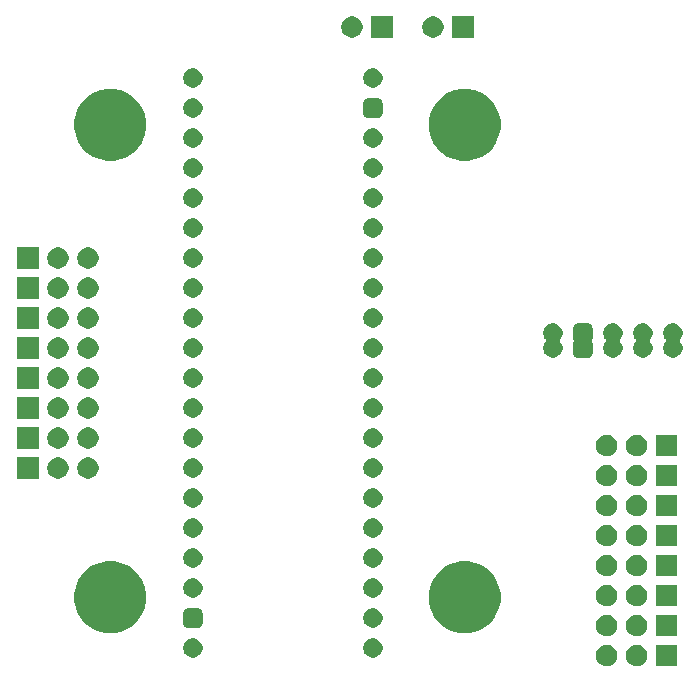
<source format=gts>
G04 #@! TF.GenerationSoftware,KiCad,Pcbnew,5.1.5+dfsg1-2build2*
G04 #@! TF.CreationDate,2021-11-01T16:22:50+01:00*
G04 #@! TF.ProjectId,brainboard,62726169-6e62-46f6-9172-642e6b696361,rev?*
G04 #@! TF.SameCoordinates,Original*
G04 #@! TF.FileFunction,Soldermask,Top*
G04 #@! TF.FilePolarity,Negative*
%FSLAX46Y46*%
G04 Gerber Fmt 4.6, Leading zero omitted, Abs format (unit mm)*
G04 Created by KiCad (PCBNEW 5.1.5+dfsg1-2build2) date 2021-11-01 16:22:50*
%MOMM*%
%LPD*%
G04 APERTURE LIST*
%ADD10C,0.100000*%
G04 APERTURE END LIST*
D10*
G36*
X168016000Y-115836000D02*
G01*
X166214000Y-115836000D01*
X166214000Y-114034000D01*
X168016000Y-114034000D01*
X168016000Y-115836000D01*
G37*
G36*
X164688512Y-114038927D02*
G01*
X164837812Y-114068624D01*
X165001784Y-114136544D01*
X165149354Y-114235147D01*
X165274853Y-114360646D01*
X165373456Y-114508216D01*
X165441376Y-114672188D01*
X165476000Y-114846259D01*
X165476000Y-115023741D01*
X165441376Y-115197812D01*
X165373456Y-115361784D01*
X165274853Y-115509354D01*
X165149354Y-115634853D01*
X165001784Y-115733456D01*
X164837812Y-115801376D01*
X164688512Y-115831073D01*
X164663742Y-115836000D01*
X164486258Y-115836000D01*
X164461488Y-115831073D01*
X164312188Y-115801376D01*
X164148216Y-115733456D01*
X164000646Y-115634853D01*
X163875147Y-115509354D01*
X163776544Y-115361784D01*
X163708624Y-115197812D01*
X163674000Y-115023741D01*
X163674000Y-114846259D01*
X163708624Y-114672188D01*
X163776544Y-114508216D01*
X163875147Y-114360646D01*
X164000646Y-114235147D01*
X164148216Y-114136544D01*
X164312188Y-114068624D01*
X164461488Y-114038927D01*
X164486258Y-114034000D01*
X164663742Y-114034000D01*
X164688512Y-114038927D01*
G37*
G36*
X162148512Y-114038927D02*
G01*
X162297812Y-114068624D01*
X162461784Y-114136544D01*
X162609354Y-114235147D01*
X162734853Y-114360646D01*
X162833456Y-114508216D01*
X162901376Y-114672188D01*
X162936000Y-114846259D01*
X162936000Y-115023741D01*
X162901376Y-115197812D01*
X162833456Y-115361784D01*
X162734853Y-115509354D01*
X162609354Y-115634853D01*
X162461784Y-115733456D01*
X162297812Y-115801376D01*
X162148512Y-115831073D01*
X162123742Y-115836000D01*
X161946258Y-115836000D01*
X161921488Y-115831073D01*
X161772188Y-115801376D01*
X161608216Y-115733456D01*
X161460646Y-115634853D01*
X161335147Y-115509354D01*
X161236544Y-115361784D01*
X161168624Y-115197812D01*
X161134000Y-115023741D01*
X161134000Y-114846259D01*
X161168624Y-114672188D01*
X161236544Y-114508216D01*
X161335147Y-114360646D01*
X161460646Y-114235147D01*
X161608216Y-114136544D01*
X161772188Y-114068624D01*
X161921488Y-114038927D01*
X161946258Y-114034000D01*
X162123742Y-114034000D01*
X162148512Y-114038927D01*
G37*
G36*
X142477142Y-113518242D02*
G01*
X142625101Y-113579529D01*
X142758255Y-113668499D01*
X142871501Y-113781745D01*
X142960471Y-113914899D01*
X143021758Y-114062858D01*
X143053000Y-114219925D01*
X143053000Y-114380075D01*
X143021758Y-114537142D01*
X142960471Y-114685101D01*
X142871501Y-114818255D01*
X142758255Y-114931501D01*
X142625101Y-115020471D01*
X142477142Y-115081758D01*
X142320075Y-115113000D01*
X142159925Y-115113000D01*
X142002858Y-115081758D01*
X141854899Y-115020471D01*
X141721745Y-114931501D01*
X141608499Y-114818255D01*
X141519529Y-114685101D01*
X141458242Y-114537142D01*
X141427000Y-114380075D01*
X141427000Y-114219925D01*
X141458242Y-114062858D01*
X141519529Y-113914899D01*
X141608499Y-113781745D01*
X141721745Y-113668499D01*
X141854899Y-113579529D01*
X142002858Y-113518242D01*
X142159925Y-113487000D01*
X142320075Y-113487000D01*
X142477142Y-113518242D01*
G37*
G36*
X127237142Y-113518242D02*
G01*
X127385101Y-113579529D01*
X127518255Y-113668499D01*
X127631501Y-113781745D01*
X127720471Y-113914899D01*
X127781758Y-114062858D01*
X127813000Y-114219925D01*
X127813000Y-114380075D01*
X127781758Y-114537142D01*
X127720471Y-114685101D01*
X127631501Y-114818255D01*
X127518255Y-114931501D01*
X127385101Y-115020471D01*
X127237142Y-115081758D01*
X127080075Y-115113000D01*
X126919925Y-115113000D01*
X126762858Y-115081758D01*
X126614899Y-115020471D01*
X126481745Y-114931501D01*
X126368499Y-114818255D01*
X126279529Y-114685101D01*
X126218242Y-114537142D01*
X126187000Y-114380075D01*
X126187000Y-114219925D01*
X126218242Y-114062858D01*
X126279529Y-113914899D01*
X126368499Y-113781745D01*
X126481745Y-113668499D01*
X126614899Y-113579529D01*
X126762858Y-113518242D01*
X126919925Y-113487000D01*
X127080075Y-113487000D01*
X127237142Y-113518242D01*
G37*
G36*
X168016000Y-113296000D02*
G01*
X166214000Y-113296000D01*
X166214000Y-111494000D01*
X168016000Y-111494000D01*
X168016000Y-113296000D01*
G37*
G36*
X162148512Y-111498927D02*
G01*
X162297812Y-111528624D01*
X162461784Y-111596544D01*
X162609354Y-111695147D01*
X162734853Y-111820646D01*
X162833456Y-111968216D01*
X162901376Y-112132188D01*
X162919411Y-112222860D01*
X162936000Y-112306258D01*
X162936000Y-112483742D01*
X162931073Y-112508512D01*
X162901376Y-112657812D01*
X162833456Y-112821784D01*
X162734853Y-112969354D01*
X162609354Y-113094853D01*
X162461784Y-113193456D01*
X162297812Y-113261376D01*
X162148512Y-113291073D01*
X162123742Y-113296000D01*
X161946258Y-113296000D01*
X161921488Y-113291073D01*
X161772188Y-113261376D01*
X161608216Y-113193456D01*
X161460646Y-113094853D01*
X161335147Y-112969354D01*
X161236544Y-112821784D01*
X161168624Y-112657812D01*
X161138927Y-112508512D01*
X161134000Y-112483742D01*
X161134000Y-112306258D01*
X161150589Y-112222860D01*
X161168624Y-112132188D01*
X161236544Y-111968216D01*
X161335147Y-111820646D01*
X161460646Y-111695147D01*
X161608216Y-111596544D01*
X161772188Y-111528624D01*
X161921488Y-111498927D01*
X161946258Y-111494000D01*
X162123742Y-111494000D01*
X162148512Y-111498927D01*
G37*
G36*
X164688512Y-111498927D02*
G01*
X164837812Y-111528624D01*
X165001784Y-111596544D01*
X165149354Y-111695147D01*
X165274853Y-111820646D01*
X165373456Y-111968216D01*
X165441376Y-112132188D01*
X165459411Y-112222860D01*
X165476000Y-112306258D01*
X165476000Y-112483742D01*
X165471073Y-112508512D01*
X165441376Y-112657812D01*
X165373456Y-112821784D01*
X165274853Y-112969354D01*
X165149354Y-113094853D01*
X165001784Y-113193456D01*
X164837812Y-113261376D01*
X164688512Y-113291073D01*
X164663742Y-113296000D01*
X164486258Y-113296000D01*
X164461488Y-113291073D01*
X164312188Y-113261376D01*
X164148216Y-113193456D01*
X164000646Y-113094853D01*
X163875147Y-112969354D01*
X163776544Y-112821784D01*
X163708624Y-112657812D01*
X163678927Y-112508512D01*
X163674000Y-112483742D01*
X163674000Y-112306258D01*
X163690589Y-112222860D01*
X163708624Y-112132188D01*
X163776544Y-111968216D01*
X163875147Y-111820646D01*
X164000646Y-111695147D01*
X164148216Y-111596544D01*
X164312188Y-111528624D01*
X164461488Y-111498927D01*
X164486258Y-111494000D01*
X164663742Y-111494000D01*
X164688512Y-111498927D01*
G37*
G36*
X120889943Y-107066248D02*
G01*
X121445189Y-107296238D01*
X121601184Y-107400471D01*
X121944899Y-107630134D01*
X122369866Y-108055101D01*
X122454240Y-108181376D01*
X122703762Y-108554811D01*
X122933752Y-109110057D01*
X123051000Y-109699501D01*
X123051000Y-110300499D01*
X122933752Y-110889943D01*
X122703762Y-111445189D01*
X122546916Y-111679925D01*
X122369866Y-111944899D01*
X121944899Y-112369866D01*
X121743417Y-112504492D01*
X121445189Y-112703762D01*
X120889943Y-112933752D01*
X120300499Y-113051000D01*
X119699501Y-113051000D01*
X119110057Y-112933752D01*
X118554811Y-112703762D01*
X118256583Y-112504492D01*
X118055101Y-112369866D01*
X117630134Y-111944899D01*
X117453084Y-111679925D01*
X117296238Y-111445189D01*
X117066248Y-110889943D01*
X116949000Y-110300499D01*
X116949000Y-109699501D01*
X117066248Y-109110057D01*
X117296238Y-108554811D01*
X117545760Y-108181376D01*
X117630134Y-108055101D01*
X118055101Y-107630134D01*
X118398816Y-107400471D01*
X118554811Y-107296238D01*
X119110057Y-107066248D01*
X119699501Y-106949000D01*
X120300499Y-106949000D01*
X120889943Y-107066248D01*
G37*
G36*
X150889943Y-107066248D02*
G01*
X151445189Y-107296238D01*
X151601184Y-107400471D01*
X151944899Y-107630134D01*
X152369866Y-108055101D01*
X152454240Y-108181376D01*
X152703762Y-108554811D01*
X152933752Y-109110057D01*
X153051000Y-109699501D01*
X153051000Y-110300499D01*
X152933752Y-110889943D01*
X152703762Y-111445189D01*
X152546916Y-111679925D01*
X152369866Y-111944899D01*
X151944899Y-112369866D01*
X151743417Y-112504492D01*
X151445189Y-112703762D01*
X150889943Y-112933752D01*
X150300499Y-113051000D01*
X149699501Y-113051000D01*
X149110057Y-112933752D01*
X148554811Y-112703762D01*
X148256583Y-112504492D01*
X148055101Y-112369866D01*
X147630134Y-111944899D01*
X147453084Y-111679925D01*
X147296238Y-111445189D01*
X147066248Y-110889943D01*
X146949000Y-110300499D01*
X146949000Y-109699501D01*
X147066248Y-109110057D01*
X147296238Y-108554811D01*
X147545760Y-108181376D01*
X147630134Y-108055101D01*
X148055101Y-107630134D01*
X148398816Y-107400471D01*
X148554811Y-107296238D01*
X149110057Y-107066248D01*
X149699501Y-106949000D01*
X150300499Y-106949000D01*
X150889943Y-107066248D01*
G37*
G36*
X142477142Y-110978242D02*
G01*
X142625101Y-111039529D01*
X142758255Y-111128499D01*
X142871501Y-111241745D01*
X142960471Y-111374899D01*
X143021758Y-111522858D01*
X143053000Y-111679925D01*
X143053000Y-111840075D01*
X143021758Y-111997142D01*
X142960471Y-112145101D01*
X142871501Y-112278255D01*
X142758255Y-112391501D01*
X142625101Y-112480471D01*
X142477142Y-112541758D01*
X142320075Y-112573000D01*
X142159925Y-112573000D01*
X142002858Y-112541758D01*
X141854899Y-112480471D01*
X141721745Y-112391501D01*
X141608499Y-112278255D01*
X141519529Y-112145101D01*
X141458242Y-111997142D01*
X141427000Y-111840075D01*
X141427000Y-111679925D01*
X141458242Y-111522858D01*
X141519529Y-111374899D01*
X141608499Y-111241745D01*
X141721745Y-111128499D01*
X141854899Y-111039529D01*
X142002858Y-110978242D01*
X142159925Y-110947000D01*
X142320075Y-110947000D01*
X142477142Y-110978242D01*
G37*
G36*
X127535993Y-110954203D02*
G01*
X127600411Y-110973744D01*
X127659781Y-111005478D01*
X127711817Y-111048183D01*
X127754522Y-111100219D01*
X127786256Y-111159589D01*
X127805797Y-111224007D01*
X127813000Y-111297140D01*
X127813000Y-112222860D01*
X127805797Y-112295993D01*
X127786256Y-112360411D01*
X127754522Y-112419781D01*
X127711817Y-112471817D01*
X127659781Y-112514522D01*
X127600411Y-112546256D01*
X127535993Y-112565797D01*
X127462860Y-112573000D01*
X126537140Y-112573000D01*
X126464007Y-112565797D01*
X126399589Y-112546256D01*
X126340219Y-112514522D01*
X126288183Y-112471817D01*
X126245478Y-112419781D01*
X126213744Y-112360411D01*
X126194203Y-112295993D01*
X126187000Y-112222860D01*
X126187000Y-111297140D01*
X126194203Y-111224007D01*
X126213744Y-111159589D01*
X126245478Y-111100219D01*
X126288183Y-111048183D01*
X126340219Y-111005478D01*
X126399589Y-110973744D01*
X126464007Y-110954203D01*
X126537140Y-110947000D01*
X127462860Y-110947000D01*
X127535993Y-110954203D01*
G37*
G36*
X162148512Y-108958927D02*
G01*
X162297812Y-108988624D01*
X162461784Y-109056544D01*
X162609354Y-109155147D01*
X162734853Y-109280646D01*
X162833456Y-109428216D01*
X162901376Y-109592188D01*
X162936000Y-109766259D01*
X162936000Y-109943741D01*
X162901376Y-110117812D01*
X162833456Y-110281784D01*
X162734853Y-110429354D01*
X162609354Y-110554853D01*
X162461784Y-110653456D01*
X162297812Y-110721376D01*
X162148512Y-110751073D01*
X162123742Y-110756000D01*
X161946258Y-110756000D01*
X161921488Y-110751073D01*
X161772188Y-110721376D01*
X161608216Y-110653456D01*
X161460646Y-110554853D01*
X161335147Y-110429354D01*
X161236544Y-110281784D01*
X161168624Y-110117812D01*
X161134000Y-109943741D01*
X161134000Y-109766259D01*
X161168624Y-109592188D01*
X161236544Y-109428216D01*
X161335147Y-109280646D01*
X161460646Y-109155147D01*
X161608216Y-109056544D01*
X161772188Y-108988624D01*
X161921488Y-108958927D01*
X161946258Y-108954000D01*
X162123742Y-108954000D01*
X162148512Y-108958927D01*
G37*
G36*
X164688512Y-108958927D02*
G01*
X164837812Y-108988624D01*
X165001784Y-109056544D01*
X165149354Y-109155147D01*
X165274853Y-109280646D01*
X165373456Y-109428216D01*
X165441376Y-109592188D01*
X165476000Y-109766259D01*
X165476000Y-109943741D01*
X165441376Y-110117812D01*
X165373456Y-110281784D01*
X165274853Y-110429354D01*
X165149354Y-110554853D01*
X165001784Y-110653456D01*
X164837812Y-110721376D01*
X164688512Y-110751073D01*
X164663742Y-110756000D01*
X164486258Y-110756000D01*
X164461488Y-110751073D01*
X164312188Y-110721376D01*
X164148216Y-110653456D01*
X164000646Y-110554853D01*
X163875147Y-110429354D01*
X163776544Y-110281784D01*
X163708624Y-110117812D01*
X163674000Y-109943741D01*
X163674000Y-109766259D01*
X163708624Y-109592188D01*
X163776544Y-109428216D01*
X163875147Y-109280646D01*
X164000646Y-109155147D01*
X164148216Y-109056544D01*
X164312188Y-108988624D01*
X164461488Y-108958927D01*
X164486258Y-108954000D01*
X164663742Y-108954000D01*
X164688512Y-108958927D01*
G37*
G36*
X168016000Y-110756000D02*
G01*
X166214000Y-110756000D01*
X166214000Y-108954000D01*
X168016000Y-108954000D01*
X168016000Y-110756000D01*
G37*
G36*
X127237142Y-108438242D02*
G01*
X127385101Y-108499529D01*
X127518255Y-108588499D01*
X127631501Y-108701745D01*
X127720471Y-108834899D01*
X127781758Y-108982858D01*
X127813000Y-109139925D01*
X127813000Y-109300075D01*
X127781758Y-109457142D01*
X127720471Y-109605101D01*
X127631501Y-109738255D01*
X127518255Y-109851501D01*
X127385101Y-109940471D01*
X127237142Y-110001758D01*
X127080075Y-110033000D01*
X126919925Y-110033000D01*
X126762858Y-110001758D01*
X126614899Y-109940471D01*
X126481745Y-109851501D01*
X126368499Y-109738255D01*
X126279529Y-109605101D01*
X126218242Y-109457142D01*
X126187000Y-109300075D01*
X126187000Y-109139925D01*
X126218242Y-108982858D01*
X126279529Y-108834899D01*
X126368499Y-108701745D01*
X126481745Y-108588499D01*
X126614899Y-108499529D01*
X126762858Y-108438242D01*
X126919925Y-108407000D01*
X127080075Y-108407000D01*
X127237142Y-108438242D01*
G37*
G36*
X142477142Y-108438242D02*
G01*
X142625101Y-108499529D01*
X142758255Y-108588499D01*
X142871501Y-108701745D01*
X142960471Y-108834899D01*
X143021758Y-108982858D01*
X143053000Y-109139925D01*
X143053000Y-109300075D01*
X143021758Y-109457142D01*
X142960471Y-109605101D01*
X142871501Y-109738255D01*
X142758255Y-109851501D01*
X142625101Y-109940471D01*
X142477142Y-110001758D01*
X142320075Y-110033000D01*
X142159925Y-110033000D01*
X142002858Y-110001758D01*
X141854899Y-109940471D01*
X141721745Y-109851501D01*
X141608499Y-109738255D01*
X141519529Y-109605101D01*
X141458242Y-109457142D01*
X141427000Y-109300075D01*
X141427000Y-109139925D01*
X141458242Y-108982858D01*
X141519529Y-108834899D01*
X141608499Y-108701745D01*
X141721745Y-108588499D01*
X141854899Y-108499529D01*
X142002858Y-108438242D01*
X142159925Y-108407000D01*
X142320075Y-108407000D01*
X142477142Y-108438242D01*
G37*
G36*
X162148512Y-106418927D02*
G01*
X162297812Y-106448624D01*
X162461784Y-106516544D01*
X162609354Y-106615147D01*
X162734853Y-106740646D01*
X162833456Y-106888216D01*
X162901376Y-107052188D01*
X162936000Y-107226259D01*
X162936000Y-107403741D01*
X162901376Y-107577812D01*
X162833456Y-107741784D01*
X162734853Y-107889354D01*
X162609354Y-108014853D01*
X162461784Y-108113456D01*
X162297812Y-108181376D01*
X162148512Y-108211073D01*
X162123742Y-108216000D01*
X161946258Y-108216000D01*
X161921488Y-108211073D01*
X161772188Y-108181376D01*
X161608216Y-108113456D01*
X161460646Y-108014853D01*
X161335147Y-107889354D01*
X161236544Y-107741784D01*
X161168624Y-107577812D01*
X161134000Y-107403741D01*
X161134000Y-107226259D01*
X161168624Y-107052188D01*
X161236544Y-106888216D01*
X161335147Y-106740646D01*
X161460646Y-106615147D01*
X161608216Y-106516544D01*
X161772188Y-106448624D01*
X161921488Y-106418927D01*
X161946258Y-106414000D01*
X162123742Y-106414000D01*
X162148512Y-106418927D01*
G37*
G36*
X164688512Y-106418927D02*
G01*
X164837812Y-106448624D01*
X165001784Y-106516544D01*
X165149354Y-106615147D01*
X165274853Y-106740646D01*
X165373456Y-106888216D01*
X165441376Y-107052188D01*
X165476000Y-107226259D01*
X165476000Y-107403741D01*
X165441376Y-107577812D01*
X165373456Y-107741784D01*
X165274853Y-107889354D01*
X165149354Y-108014853D01*
X165001784Y-108113456D01*
X164837812Y-108181376D01*
X164688512Y-108211073D01*
X164663742Y-108216000D01*
X164486258Y-108216000D01*
X164461488Y-108211073D01*
X164312188Y-108181376D01*
X164148216Y-108113456D01*
X164000646Y-108014853D01*
X163875147Y-107889354D01*
X163776544Y-107741784D01*
X163708624Y-107577812D01*
X163674000Y-107403741D01*
X163674000Y-107226259D01*
X163708624Y-107052188D01*
X163776544Y-106888216D01*
X163875147Y-106740646D01*
X164000646Y-106615147D01*
X164148216Y-106516544D01*
X164312188Y-106448624D01*
X164461488Y-106418927D01*
X164486258Y-106414000D01*
X164663742Y-106414000D01*
X164688512Y-106418927D01*
G37*
G36*
X168016000Y-108216000D02*
G01*
X166214000Y-108216000D01*
X166214000Y-106414000D01*
X168016000Y-106414000D01*
X168016000Y-108216000D01*
G37*
G36*
X127237142Y-105898242D02*
G01*
X127385101Y-105959529D01*
X127518255Y-106048499D01*
X127631501Y-106161745D01*
X127720471Y-106294899D01*
X127781758Y-106442858D01*
X127813000Y-106599925D01*
X127813000Y-106760075D01*
X127781758Y-106917142D01*
X127720471Y-107065101D01*
X127631501Y-107198255D01*
X127518255Y-107311501D01*
X127385101Y-107400471D01*
X127237142Y-107461758D01*
X127080075Y-107493000D01*
X126919925Y-107493000D01*
X126762858Y-107461758D01*
X126614899Y-107400471D01*
X126481745Y-107311501D01*
X126368499Y-107198255D01*
X126279529Y-107065101D01*
X126218242Y-106917142D01*
X126187000Y-106760075D01*
X126187000Y-106599925D01*
X126218242Y-106442858D01*
X126279529Y-106294899D01*
X126368499Y-106161745D01*
X126481745Y-106048499D01*
X126614899Y-105959529D01*
X126762858Y-105898242D01*
X126919925Y-105867000D01*
X127080075Y-105867000D01*
X127237142Y-105898242D01*
G37*
G36*
X142477142Y-105898242D02*
G01*
X142625101Y-105959529D01*
X142758255Y-106048499D01*
X142871501Y-106161745D01*
X142960471Y-106294899D01*
X143021758Y-106442858D01*
X143053000Y-106599925D01*
X143053000Y-106760075D01*
X143021758Y-106917142D01*
X142960471Y-107065101D01*
X142871501Y-107198255D01*
X142758255Y-107311501D01*
X142625101Y-107400471D01*
X142477142Y-107461758D01*
X142320075Y-107493000D01*
X142159925Y-107493000D01*
X142002858Y-107461758D01*
X141854899Y-107400471D01*
X141721745Y-107311501D01*
X141608499Y-107198255D01*
X141519529Y-107065101D01*
X141458242Y-106917142D01*
X141427000Y-106760075D01*
X141427000Y-106599925D01*
X141458242Y-106442858D01*
X141519529Y-106294899D01*
X141608499Y-106161745D01*
X141721745Y-106048499D01*
X141854899Y-105959529D01*
X142002858Y-105898242D01*
X142159925Y-105867000D01*
X142320075Y-105867000D01*
X142477142Y-105898242D01*
G37*
G36*
X162148512Y-103878927D02*
G01*
X162297812Y-103908624D01*
X162461784Y-103976544D01*
X162609354Y-104075147D01*
X162734853Y-104200646D01*
X162833456Y-104348216D01*
X162901376Y-104512188D01*
X162936000Y-104686259D01*
X162936000Y-104863741D01*
X162901376Y-105037812D01*
X162833456Y-105201784D01*
X162734853Y-105349354D01*
X162609354Y-105474853D01*
X162461784Y-105573456D01*
X162297812Y-105641376D01*
X162148512Y-105671073D01*
X162123742Y-105676000D01*
X161946258Y-105676000D01*
X161921488Y-105671073D01*
X161772188Y-105641376D01*
X161608216Y-105573456D01*
X161460646Y-105474853D01*
X161335147Y-105349354D01*
X161236544Y-105201784D01*
X161168624Y-105037812D01*
X161134000Y-104863741D01*
X161134000Y-104686259D01*
X161168624Y-104512188D01*
X161236544Y-104348216D01*
X161335147Y-104200646D01*
X161460646Y-104075147D01*
X161608216Y-103976544D01*
X161772188Y-103908624D01*
X161921488Y-103878927D01*
X161946258Y-103874000D01*
X162123742Y-103874000D01*
X162148512Y-103878927D01*
G37*
G36*
X168016000Y-105676000D02*
G01*
X166214000Y-105676000D01*
X166214000Y-103874000D01*
X168016000Y-103874000D01*
X168016000Y-105676000D01*
G37*
G36*
X164688512Y-103878927D02*
G01*
X164837812Y-103908624D01*
X165001784Y-103976544D01*
X165149354Y-104075147D01*
X165274853Y-104200646D01*
X165373456Y-104348216D01*
X165441376Y-104512188D01*
X165476000Y-104686259D01*
X165476000Y-104863741D01*
X165441376Y-105037812D01*
X165373456Y-105201784D01*
X165274853Y-105349354D01*
X165149354Y-105474853D01*
X165001784Y-105573456D01*
X164837812Y-105641376D01*
X164688512Y-105671073D01*
X164663742Y-105676000D01*
X164486258Y-105676000D01*
X164461488Y-105671073D01*
X164312188Y-105641376D01*
X164148216Y-105573456D01*
X164000646Y-105474853D01*
X163875147Y-105349354D01*
X163776544Y-105201784D01*
X163708624Y-105037812D01*
X163674000Y-104863741D01*
X163674000Y-104686259D01*
X163708624Y-104512188D01*
X163776544Y-104348216D01*
X163875147Y-104200646D01*
X164000646Y-104075147D01*
X164148216Y-103976544D01*
X164312188Y-103908624D01*
X164461488Y-103878927D01*
X164486258Y-103874000D01*
X164663742Y-103874000D01*
X164688512Y-103878927D01*
G37*
G36*
X127237142Y-103358242D02*
G01*
X127385101Y-103419529D01*
X127518255Y-103508499D01*
X127631501Y-103621745D01*
X127720471Y-103754899D01*
X127781758Y-103902858D01*
X127813000Y-104059925D01*
X127813000Y-104220075D01*
X127781758Y-104377142D01*
X127720471Y-104525101D01*
X127631501Y-104658255D01*
X127518255Y-104771501D01*
X127385101Y-104860471D01*
X127237142Y-104921758D01*
X127080075Y-104953000D01*
X126919925Y-104953000D01*
X126762858Y-104921758D01*
X126614899Y-104860471D01*
X126481745Y-104771501D01*
X126368499Y-104658255D01*
X126279529Y-104525101D01*
X126218242Y-104377142D01*
X126187000Y-104220075D01*
X126187000Y-104059925D01*
X126218242Y-103902858D01*
X126279529Y-103754899D01*
X126368499Y-103621745D01*
X126481745Y-103508499D01*
X126614899Y-103419529D01*
X126762858Y-103358242D01*
X126919925Y-103327000D01*
X127080075Y-103327000D01*
X127237142Y-103358242D01*
G37*
G36*
X142477142Y-103358242D02*
G01*
X142625101Y-103419529D01*
X142758255Y-103508499D01*
X142871501Y-103621745D01*
X142960471Y-103754899D01*
X143021758Y-103902858D01*
X143053000Y-104059925D01*
X143053000Y-104220075D01*
X143021758Y-104377142D01*
X142960471Y-104525101D01*
X142871501Y-104658255D01*
X142758255Y-104771501D01*
X142625101Y-104860471D01*
X142477142Y-104921758D01*
X142320075Y-104953000D01*
X142159925Y-104953000D01*
X142002858Y-104921758D01*
X141854899Y-104860471D01*
X141721745Y-104771501D01*
X141608499Y-104658255D01*
X141519529Y-104525101D01*
X141458242Y-104377142D01*
X141427000Y-104220075D01*
X141427000Y-104059925D01*
X141458242Y-103902858D01*
X141519529Y-103754899D01*
X141608499Y-103621745D01*
X141721745Y-103508499D01*
X141854899Y-103419529D01*
X142002858Y-103358242D01*
X142159925Y-103327000D01*
X142320075Y-103327000D01*
X142477142Y-103358242D01*
G37*
G36*
X168016000Y-103136000D02*
G01*
X166214000Y-103136000D01*
X166214000Y-101334000D01*
X168016000Y-101334000D01*
X168016000Y-103136000D01*
G37*
G36*
X164688512Y-101338927D02*
G01*
X164837812Y-101368624D01*
X165001784Y-101436544D01*
X165149354Y-101535147D01*
X165274853Y-101660646D01*
X165373456Y-101808216D01*
X165441376Y-101972188D01*
X165476000Y-102146259D01*
X165476000Y-102323741D01*
X165441376Y-102497812D01*
X165373456Y-102661784D01*
X165274853Y-102809354D01*
X165149354Y-102934853D01*
X165001784Y-103033456D01*
X164837812Y-103101376D01*
X164688512Y-103131073D01*
X164663742Y-103136000D01*
X164486258Y-103136000D01*
X164461488Y-103131073D01*
X164312188Y-103101376D01*
X164148216Y-103033456D01*
X164000646Y-102934853D01*
X163875147Y-102809354D01*
X163776544Y-102661784D01*
X163708624Y-102497812D01*
X163674000Y-102323741D01*
X163674000Y-102146259D01*
X163708624Y-101972188D01*
X163776544Y-101808216D01*
X163875147Y-101660646D01*
X164000646Y-101535147D01*
X164148216Y-101436544D01*
X164312188Y-101368624D01*
X164461488Y-101338927D01*
X164486258Y-101334000D01*
X164663742Y-101334000D01*
X164688512Y-101338927D01*
G37*
G36*
X162148512Y-101338927D02*
G01*
X162297812Y-101368624D01*
X162461784Y-101436544D01*
X162609354Y-101535147D01*
X162734853Y-101660646D01*
X162833456Y-101808216D01*
X162901376Y-101972188D01*
X162936000Y-102146259D01*
X162936000Y-102323741D01*
X162901376Y-102497812D01*
X162833456Y-102661784D01*
X162734853Y-102809354D01*
X162609354Y-102934853D01*
X162461784Y-103033456D01*
X162297812Y-103101376D01*
X162148512Y-103131073D01*
X162123742Y-103136000D01*
X161946258Y-103136000D01*
X161921488Y-103131073D01*
X161772188Y-103101376D01*
X161608216Y-103033456D01*
X161460646Y-102934853D01*
X161335147Y-102809354D01*
X161236544Y-102661784D01*
X161168624Y-102497812D01*
X161134000Y-102323741D01*
X161134000Y-102146259D01*
X161168624Y-101972188D01*
X161236544Y-101808216D01*
X161335147Y-101660646D01*
X161460646Y-101535147D01*
X161608216Y-101436544D01*
X161772188Y-101368624D01*
X161921488Y-101338927D01*
X161946258Y-101334000D01*
X162123742Y-101334000D01*
X162148512Y-101338927D01*
G37*
G36*
X142477142Y-100818242D02*
G01*
X142625101Y-100879529D01*
X142758255Y-100968499D01*
X142871501Y-101081745D01*
X142960471Y-101214899D01*
X143021758Y-101362858D01*
X143053000Y-101519925D01*
X143053000Y-101680075D01*
X143021758Y-101837142D01*
X142960471Y-101985101D01*
X142871501Y-102118255D01*
X142758255Y-102231501D01*
X142625101Y-102320471D01*
X142477142Y-102381758D01*
X142320075Y-102413000D01*
X142159925Y-102413000D01*
X142002858Y-102381758D01*
X141854899Y-102320471D01*
X141721745Y-102231501D01*
X141608499Y-102118255D01*
X141519529Y-101985101D01*
X141458242Y-101837142D01*
X141427000Y-101680075D01*
X141427000Y-101519925D01*
X141458242Y-101362858D01*
X141519529Y-101214899D01*
X141608499Y-101081745D01*
X141721745Y-100968499D01*
X141854899Y-100879529D01*
X142002858Y-100818242D01*
X142159925Y-100787000D01*
X142320075Y-100787000D01*
X142477142Y-100818242D01*
G37*
G36*
X127237142Y-100818242D02*
G01*
X127385101Y-100879529D01*
X127518255Y-100968499D01*
X127631501Y-101081745D01*
X127720471Y-101214899D01*
X127781758Y-101362858D01*
X127813000Y-101519925D01*
X127813000Y-101680075D01*
X127781758Y-101837142D01*
X127720471Y-101985101D01*
X127631501Y-102118255D01*
X127518255Y-102231501D01*
X127385101Y-102320471D01*
X127237142Y-102381758D01*
X127080075Y-102413000D01*
X126919925Y-102413000D01*
X126762858Y-102381758D01*
X126614899Y-102320471D01*
X126481745Y-102231501D01*
X126368499Y-102118255D01*
X126279529Y-101985101D01*
X126218242Y-101837142D01*
X126187000Y-101680075D01*
X126187000Y-101519925D01*
X126218242Y-101362858D01*
X126279529Y-101214899D01*
X126368499Y-101081745D01*
X126481745Y-100968499D01*
X126614899Y-100879529D01*
X126762858Y-100818242D01*
X126919925Y-100787000D01*
X127080075Y-100787000D01*
X127237142Y-100818242D01*
G37*
G36*
X162139769Y-98797188D02*
G01*
X162297812Y-98828624D01*
X162461784Y-98896544D01*
X162609354Y-98995147D01*
X162734853Y-99120646D01*
X162833456Y-99268216D01*
X162901376Y-99432188D01*
X162936000Y-99606259D01*
X162936000Y-99783741D01*
X162901376Y-99957812D01*
X162833456Y-100121784D01*
X162734853Y-100269354D01*
X162609354Y-100394853D01*
X162461784Y-100493456D01*
X162297812Y-100561376D01*
X162148512Y-100591073D01*
X162123742Y-100596000D01*
X161946258Y-100596000D01*
X161921488Y-100591073D01*
X161772188Y-100561376D01*
X161608216Y-100493456D01*
X161460646Y-100394853D01*
X161335147Y-100269354D01*
X161236544Y-100121784D01*
X161168624Y-99957812D01*
X161134000Y-99783741D01*
X161134000Y-99606259D01*
X161168624Y-99432188D01*
X161236544Y-99268216D01*
X161335147Y-99120646D01*
X161460646Y-98995147D01*
X161608216Y-98896544D01*
X161772188Y-98828624D01*
X161930231Y-98797188D01*
X161946258Y-98794000D01*
X162123742Y-98794000D01*
X162139769Y-98797188D01*
G37*
G36*
X164679769Y-98797188D02*
G01*
X164837812Y-98828624D01*
X165001784Y-98896544D01*
X165149354Y-98995147D01*
X165274853Y-99120646D01*
X165373456Y-99268216D01*
X165441376Y-99432188D01*
X165476000Y-99606259D01*
X165476000Y-99783741D01*
X165441376Y-99957812D01*
X165373456Y-100121784D01*
X165274853Y-100269354D01*
X165149354Y-100394853D01*
X165001784Y-100493456D01*
X164837812Y-100561376D01*
X164688512Y-100591073D01*
X164663742Y-100596000D01*
X164486258Y-100596000D01*
X164461488Y-100591073D01*
X164312188Y-100561376D01*
X164148216Y-100493456D01*
X164000646Y-100394853D01*
X163875147Y-100269354D01*
X163776544Y-100121784D01*
X163708624Y-99957812D01*
X163674000Y-99783741D01*
X163674000Y-99606259D01*
X163708624Y-99432188D01*
X163776544Y-99268216D01*
X163875147Y-99120646D01*
X164000646Y-98995147D01*
X164148216Y-98896544D01*
X164312188Y-98828624D01*
X164470231Y-98797188D01*
X164486258Y-98794000D01*
X164663742Y-98794000D01*
X164679769Y-98797188D01*
G37*
G36*
X168016000Y-100596000D02*
G01*
X166214000Y-100596000D01*
X166214000Y-98794000D01*
X168016000Y-98794000D01*
X168016000Y-100596000D01*
G37*
G36*
X113931000Y-99961000D02*
G01*
X112129000Y-99961000D01*
X112129000Y-98159000D01*
X113931000Y-98159000D01*
X113931000Y-99961000D01*
G37*
G36*
X115683512Y-98163927D02*
G01*
X115832812Y-98193624D01*
X115996784Y-98261544D01*
X116144354Y-98360147D01*
X116269853Y-98485646D01*
X116368456Y-98633216D01*
X116436376Y-98797188D01*
X116471000Y-98971259D01*
X116471000Y-99148741D01*
X116436376Y-99322812D01*
X116368456Y-99486784D01*
X116269853Y-99634354D01*
X116144354Y-99759853D01*
X115996784Y-99858456D01*
X115832812Y-99926376D01*
X115683512Y-99956073D01*
X115658742Y-99961000D01*
X115481258Y-99961000D01*
X115456488Y-99956073D01*
X115307188Y-99926376D01*
X115143216Y-99858456D01*
X114995646Y-99759853D01*
X114870147Y-99634354D01*
X114771544Y-99486784D01*
X114703624Y-99322812D01*
X114669000Y-99148741D01*
X114669000Y-98971259D01*
X114703624Y-98797188D01*
X114771544Y-98633216D01*
X114870147Y-98485646D01*
X114995646Y-98360147D01*
X115143216Y-98261544D01*
X115307188Y-98193624D01*
X115456488Y-98163927D01*
X115481258Y-98159000D01*
X115658742Y-98159000D01*
X115683512Y-98163927D01*
G37*
G36*
X118223512Y-98163927D02*
G01*
X118372812Y-98193624D01*
X118536784Y-98261544D01*
X118684354Y-98360147D01*
X118809853Y-98485646D01*
X118908456Y-98633216D01*
X118976376Y-98797188D01*
X119011000Y-98971259D01*
X119011000Y-99148741D01*
X118976376Y-99322812D01*
X118908456Y-99486784D01*
X118809853Y-99634354D01*
X118684354Y-99759853D01*
X118536784Y-99858456D01*
X118372812Y-99926376D01*
X118223512Y-99956073D01*
X118198742Y-99961000D01*
X118021258Y-99961000D01*
X117996488Y-99956073D01*
X117847188Y-99926376D01*
X117683216Y-99858456D01*
X117535646Y-99759853D01*
X117410147Y-99634354D01*
X117311544Y-99486784D01*
X117243624Y-99322812D01*
X117209000Y-99148741D01*
X117209000Y-98971259D01*
X117243624Y-98797188D01*
X117311544Y-98633216D01*
X117410147Y-98485646D01*
X117535646Y-98360147D01*
X117683216Y-98261544D01*
X117847188Y-98193624D01*
X117996488Y-98163927D01*
X118021258Y-98159000D01*
X118198742Y-98159000D01*
X118223512Y-98163927D01*
G37*
G36*
X127237142Y-98278242D02*
G01*
X127385101Y-98339529D01*
X127518255Y-98428499D01*
X127631501Y-98541745D01*
X127720471Y-98674899D01*
X127781758Y-98822858D01*
X127813000Y-98979925D01*
X127813000Y-99140075D01*
X127781758Y-99297142D01*
X127720471Y-99445101D01*
X127631501Y-99578255D01*
X127518255Y-99691501D01*
X127385101Y-99780471D01*
X127237142Y-99841758D01*
X127080075Y-99873000D01*
X126919925Y-99873000D01*
X126762858Y-99841758D01*
X126614899Y-99780471D01*
X126481745Y-99691501D01*
X126368499Y-99578255D01*
X126279529Y-99445101D01*
X126218242Y-99297142D01*
X126187000Y-99140075D01*
X126187000Y-98979925D01*
X126218242Y-98822858D01*
X126279529Y-98674899D01*
X126368499Y-98541745D01*
X126481745Y-98428499D01*
X126614899Y-98339529D01*
X126762858Y-98278242D01*
X126919925Y-98247000D01*
X127080075Y-98247000D01*
X127237142Y-98278242D01*
G37*
G36*
X142477142Y-98278242D02*
G01*
X142625101Y-98339529D01*
X142758255Y-98428499D01*
X142871501Y-98541745D01*
X142960471Y-98674899D01*
X143021758Y-98822858D01*
X143053000Y-98979925D01*
X143053000Y-99140075D01*
X143021758Y-99297142D01*
X142960471Y-99445101D01*
X142871501Y-99578255D01*
X142758255Y-99691501D01*
X142625101Y-99780471D01*
X142477142Y-99841758D01*
X142320075Y-99873000D01*
X142159925Y-99873000D01*
X142002858Y-99841758D01*
X141854899Y-99780471D01*
X141721745Y-99691501D01*
X141608499Y-99578255D01*
X141519529Y-99445101D01*
X141458242Y-99297142D01*
X141427000Y-99140075D01*
X141427000Y-98979925D01*
X141458242Y-98822858D01*
X141519529Y-98674899D01*
X141608499Y-98541745D01*
X141721745Y-98428499D01*
X141854899Y-98339529D01*
X142002858Y-98278242D01*
X142159925Y-98247000D01*
X142320075Y-98247000D01*
X142477142Y-98278242D01*
G37*
G36*
X162139769Y-96257188D02*
G01*
X162297812Y-96288624D01*
X162461784Y-96356544D01*
X162609354Y-96455147D01*
X162734853Y-96580646D01*
X162833456Y-96728216D01*
X162901376Y-96892188D01*
X162936000Y-97066259D01*
X162936000Y-97243741D01*
X162901376Y-97417812D01*
X162833456Y-97581784D01*
X162734853Y-97729354D01*
X162609354Y-97854853D01*
X162461784Y-97953456D01*
X162297812Y-98021376D01*
X162148512Y-98051073D01*
X162123742Y-98056000D01*
X161946258Y-98056000D01*
X161921488Y-98051073D01*
X161772188Y-98021376D01*
X161608216Y-97953456D01*
X161460646Y-97854853D01*
X161335147Y-97729354D01*
X161236544Y-97581784D01*
X161168624Y-97417812D01*
X161134000Y-97243741D01*
X161134000Y-97066259D01*
X161168624Y-96892188D01*
X161236544Y-96728216D01*
X161335147Y-96580646D01*
X161460646Y-96455147D01*
X161608216Y-96356544D01*
X161772188Y-96288624D01*
X161930231Y-96257188D01*
X161946258Y-96254000D01*
X162123742Y-96254000D01*
X162139769Y-96257188D01*
G37*
G36*
X164679769Y-96257188D02*
G01*
X164837812Y-96288624D01*
X165001784Y-96356544D01*
X165149354Y-96455147D01*
X165274853Y-96580646D01*
X165373456Y-96728216D01*
X165441376Y-96892188D01*
X165476000Y-97066259D01*
X165476000Y-97243741D01*
X165441376Y-97417812D01*
X165373456Y-97581784D01*
X165274853Y-97729354D01*
X165149354Y-97854853D01*
X165001784Y-97953456D01*
X164837812Y-98021376D01*
X164688512Y-98051073D01*
X164663742Y-98056000D01*
X164486258Y-98056000D01*
X164461488Y-98051073D01*
X164312188Y-98021376D01*
X164148216Y-97953456D01*
X164000646Y-97854853D01*
X163875147Y-97729354D01*
X163776544Y-97581784D01*
X163708624Y-97417812D01*
X163674000Y-97243741D01*
X163674000Y-97066259D01*
X163708624Y-96892188D01*
X163776544Y-96728216D01*
X163875147Y-96580646D01*
X164000646Y-96455147D01*
X164148216Y-96356544D01*
X164312188Y-96288624D01*
X164470231Y-96257188D01*
X164486258Y-96254000D01*
X164663742Y-96254000D01*
X164679769Y-96257188D01*
G37*
G36*
X168016000Y-98056000D02*
G01*
X166214000Y-98056000D01*
X166214000Y-96254000D01*
X168016000Y-96254000D01*
X168016000Y-98056000D01*
G37*
G36*
X113931000Y-97421000D02*
G01*
X112129000Y-97421000D01*
X112129000Y-95619000D01*
X113931000Y-95619000D01*
X113931000Y-97421000D01*
G37*
G36*
X115683512Y-95623927D02*
G01*
X115832812Y-95653624D01*
X115996784Y-95721544D01*
X116144354Y-95820147D01*
X116269853Y-95945646D01*
X116368456Y-96093216D01*
X116436376Y-96257188D01*
X116471000Y-96431259D01*
X116471000Y-96608741D01*
X116436376Y-96782812D01*
X116368456Y-96946784D01*
X116269853Y-97094354D01*
X116144354Y-97219853D01*
X115996784Y-97318456D01*
X115832812Y-97386376D01*
X115683512Y-97416073D01*
X115658742Y-97421000D01*
X115481258Y-97421000D01*
X115456488Y-97416073D01*
X115307188Y-97386376D01*
X115143216Y-97318456D01*
X114995646Y-97219853D01*
X114870147Y-97094354D01*
X114771544Y-96946784D01*
X114703624Y-96782812D01*
X114669000Y-96608741D01*
X114669000Y-96431259D01*
X114703624Y-96257188D01*
X114771544Y-96093216D01*
X114870147Y-95945646D01*
X114995646Y-95820147D01*
X115143216Y-95721544D01*
X115307188Y-95653624D01*
X115456488Y-95623927D01*
X115481258Y-95619000D01*
X115658742Y-95619000D01*
X115683512Y-95623927D01*
G37*
G36*
X118223512Y-95623927D02*
G01*
X118372812Y-95653624D01*
X118536784Y-95721544D01*
X118684354Y-95820147D01*
X118809853Y-95945646D01*
X118908456Y-96093216D01*
X118976376Y-96257188D01*
X119011000Y-96431259D01*
X119011000Y-96608741D01*
X118976376Y-96782812D01*
X118908456Y-96946784D01*
X118809853Y-97094354D01*
X118684354Y-97219853D01*
X118536784Y-97318456D01*
X118372812Y-97386376D01*
X118223512Y-97416073D01*
X118198742Y-97421000D01*
X118021258Y-97421000D01*
X117996488Y-97416073D01*
X117847188Y-97386376D01*
X117683216Y-97318456D01*
X117535646Y-97219853D01*
X117410147Y-97094354D01*
X117311544Y-96946784D01*
X117243624Y-96782812D01*
X117209000Y-96608741D01*
X117209000Y-96431259D01*
X117243624Y-96257188D01*
X117311544Y-96093216D01*
X117410147Y-95945646D01*
X117535646Y-95820147D01*
X117683216Y-95721544D01*
X117847188Y-95653624D01*
X117996488Y-95623927D01*
X118021258Y-95619000D01*
X118198742Y-95619000D01*
X118223512Y-95623927D01*
G37*
G36*
X142477142Y-95738242D02*
G01*
X142625101Y-95799529D01*
X142758255Y-95888499D01*
X142871501Y-96001745D01*
X142960471Y-96134899D01*
X143021758Y-96282858D01*
X143053000Y-96439925D01*
X143053000Y-96600075D01*
X143021758Y-96757142D01*
X142960471Y-96905101D01*
X142871501Y-97038255D01*
X142758255Y-97151501D01*
X142625101Y-97240471D01*
X142477142Y-97301758D01*
X142320075Y-97333000D01*
X142159925Y-97333000D01*
X142002858Y-97301758D01*
X141854899Y-97240471D01*
X141721745Y-97151501D01*
X141608499Y-97038255D01*
X141519529Y-96905101D01*
X141458242Y-96757142D01*
X141427000Y-96600075D01*
X141427000Y-96439925D01*
X141458242Y-96282858D01*
X141519529Y-96134899D01*
X141608499Y-96001745D01*
X141721745Y-95888499D01*
X141854899Y-95799529D01*
X142002858Y-95738242D01*
X142159925Y-95707000D01*
X142320075Y-95707000D01*
X142477142Y-95738242D01*
G37*
G36*
X127237142Y-95738242D02*
G01*
X127385101Y-95799529D01*
X127518255Y-95888499D01*
X127631501Y-96001745D01*
X127720471Y-96134899D01*
X127781758Y-96282858D01*
X127813000Y-96439925D01*
X127813000Y-96600075D01*
X127781758Y-96757142D01*
X127720471Y-96905101D01*
X127631501Y-97038255D01*
X127518255Y-97151501D01*
X127385101Y-97240471D01*
X127237142Y-97301758D01*
X127080075Y-97333000D01*
X126919925Y-97333000D01*
X126762858Y-97301758D01*
X126614899Y-97240471D01*
X126481745Y-97151501D01*
X126368499Y-97038255D01*
X126279529Y-96905101D01*
X126218242Y-96757142D01*
X126187000Y-96600075D01*
X126187000Y-96439925D01*
X126218242Y-96282858D01*
X126279529Y-96134899D01*
X126368499Y-96001745D01*
X126481745Y-95888499D01*
X126614899Y-95799529D01*
X126762858Y-95738242D01*
X126919925Y-95707000D01*
X127080075Y-95707000D01*
X127237142Y-95738242D01*
G37*
G36*
X113931000Y-94881000D02*
G01*
X112129000Y-94881000D01*
X112129000Y-93079000D01*
X113931000Y-93079000D01*
X113931000Y-94881000D01*
G37*
G36*
X118223512Y-93083927D02*
G01*
X118372812Y-93113624D01*
X118536784Y-93181544D01*
X118684354Y-93280147D01*
X118809853Y-93405646D01*
X118908456Y-93553216D01*
X118976376Y-93717188D01*
X119011000Y-93891259D01*
X119011000Y-94068741D01*
X118976376Y-94242812D01*
X118908456Y-94406784D01*
X118809853Y-94554354D01*
X118684354Y-94679853D01*
X118536784Y-94778456D01*
X118372812Y-94846376D01*
X118223512Y-94876073D01*
X118198742Y-94881000D01*
X118021258Y-94881000D01*
X117996488Y-94876073D01*
X117847188Y-94846376D01*
X117683216Y-94778456D01*
X117535646Y-94679853D01*
X117410147Y-94554354D01*
X117311544Y-94406784D01*
X117243624Y-94242812D01*
X117209000Y-94068741D01*
X117209000Y-93891259D01*
X117243624Y-93717188D01*
X117311544Y-93553216D01*
X117410147Y-93405646D01*
X117535646Y-93280147D01*
X117683216Y-93181544D01*
X117847188Y-93113624D01*
X117996488Y-93083927D01*
X118021258Y-93079000D01*
X118198742Y-93079000D01*
X118223512Y-93083927D01*
G37*
G36*
X115683512Y-93083927D02*
G01*
X115832812Y-93113624D01*
X115996784Y-93181544D01*
X116144354Y-93280147D01*
X116269853Y-93405646D01*
X116368456Y-93553216D01*
X116436376Y-93717188D01*
X116471000Y-93891259D01*
X116471000Y-94068741D01*
X116436376Y-94242812D01*
X116368456Y-94406784D01*
X116269853Y-94554354D01*
X116144354Y-94679853D01*
X115996784Y-94778456D01*
X115832812Y-94846376D01*
X115683512Y-94876073D01*
X115658742Y-94881000D01*
X115481258Y-94881000D01*
X115456488Y-94876073D01*
X115307188Y-94846376D01*
X115143216Y-94778456D01*
X114995646Y-94679853D01*
X114870147Y-94554354D01*
X114771544Y-94406784D01*
X114703624Y-94242812D01*
X114669000Y-94068741D01*
X114669000Y-93891259D01*
X114703624Y-93717188D01*
X114771544Y-93553216D01*
X114870147Y-93405646D01*
X114995646Y-93280147D01*
X115143216Y-93181544D01*
X115307188Y-93113624D01*
X115456488Y-93083927D01*
X115481258Y-93079000D01*
X115658742Y-93079000D01*
X115683512Y-93083927D01*
G37*
G36*
X142477142Y-93198242D02*
G01*
X142625101Y-93259529D01*
X142758255Y-93348499D01*
X142871501Y-93461745D01*
X142960471Y-93594899D01*
X143021758Y-93742858D01*
X143053000Y-93899925D01*
X143053000Y-94060075D01*
X143021758Y-94217142D01*
X142960471Y-94365101D01*
X142871501Y-94498255D01*
X142758255Y-94611501D01*
X142625101Y-94700471D01*
X142477142Y-94761758D01*
X142320075Y-94793000D01*
X142159925Y-94793000D01*
X142002858Y-94761758D01*
X141854899Y-94700471D01*
X141721745Y-94611501D01*
X141608499Y-94498255D01*
X141519529Y-94365101D01*
X141458242Y-94217142D01*
X141427000Y-94060075D01*
X141427000Y-93899925D01*
X141458242Y-93742858D01*
X141519529Y-93594899D01*
X141608499Y-93461745D01*
X141721745Y-93348499D01*
X141854899Y-93259529D01*
X142002858Y-93198242D01*
X142159925Y-93167000D01*
X142320075Y-93167000D01*
X142477142Y-93198242D01*
G37*
G36*
X127237142Y-93198242D02*
G01*
X127385101Y-93259529D01*
X127518255Y-93348499D01*
X127631501Y-93461745D01*
X127720471Y-93594899D01*
X127781758Y-93742858D01*
X127813000Y-93899925D01*
X127813000Y-94060075D01*
X127781758Y-94217142D01*
X127720471Y-94365101D01*
X127631501Y-94498255D01*
X127518255Y-94611501D01*
X127385101Y-94700471D01*
X127237142Y-94761758D01*
X127080075Y-94793000D01*
X126919925Y-94793000D01*
X126762858Y-94761758D01*
X126614899Y-94700471D01*
X126481745Y-94611501D01*
X126368499Y-94498255D01*
X126279529Y-94365101D01*
X126218242Y-94217142D01*
X126187000Y-94060075D01*
X126187000Y-93899925D01*
X126218242Y-93742858D01*
X126279529Y-93594899D01*
X126368499Y-93461745D01*
X126481745Y-93348499D01*
X126614899Y-93259529D01*
X126762858Y-93198242D01*
X126919925Y-93167000D01*
X127080075Y-93167000D01*
X127237142Y-93198242D01*
G37*
G36*
X113931000Y-92341000D02*
G01*
X112129000Y-92341000D01*
X112129000Y-90539000D01*
X113931000Y-90539000D01*
X113931000Y-92341000D01*
G37*
G36*
X115683512Y-90543927D02*
G01*
X115832812Y-90573624D01*
X115996784Y-90641544D01*
X116144354Y-90740147D01*
X116269853Y-90865646D01*
X116368456Y-91013216D01*
X116436376Y-91177188D01*
X116471000Y-91351259D01*
X116471000Y-91528741D01*
X116436376Y-91702812D01*
X116368456Y-91866784D01*
X116269853Y-92014354D01*
X116144354Y-92139853D01*
X115996784Y-92238456D01*
X115832812Y-92306376D01*
X115683512Y-92336073D01*
X115658742Y-92341000D01*
X115481258Y-92341000D01*
X115456488Y-92336073D01*
X115307188Y-92306376D01*
X115143216Y-92238456D01*
X114995646Y-92139853D01*
X114870147Y-92014354D01*
X114771544Y-91866784D01*
X114703624Y-91702812D01*
X114669000Y-91528741D01*
X114669000Y-91351259D01*
X114703624Y-91177188D01*
X114771544Y-91013216D01*
X114870147Y-90865646D01*
X114995646Y-90740147D01*
X115143216Y-90641544D01*
X115307188Y-90573624D01*
X115456488Y-90543927D01*
X115481258Y-90539000D01*
X115658742Y-90539000D01*
X115683512Y-90543927D01*
G37*
G36*
X118223512Y-90543927D02*
G01*
X118372812Y-90573624D01*
X118536784Y-90641544D01*
X118684354Y-90740147D01*
X118809853Y-90865646D01*
X118908456Y-91013216D01*
X118976376Y-91177188D01*
X119011000Y-91351259D01*
X119011000Y-91528741D01*
X118976376Y-91702812D01*
X118908456Y-91866784D01*
X118809853Y-92014354D01*
X118684354Y-92139853D01*
X118536784Y-92238456D01*
X118372812Y-92306376D01*
X118223512Y-92336073D01*
X118198742Y-92341000D01*
X118021258Y-92341000D01*
X117996488Y-92336073D01*
X117847188Y-92306376D01*
X117683216Y-92238456D01*
X117535646Y-92139853D01*
X117410147Y-92014354D01*
X117311544Y-91866784D01*
X117243624Y-91702812D01*
X117209000Y-91528741D01*
X117209000Y-91351259D01*
X117243624Y-91177188D01*
X117311544Y-91013216D01*
X117410147Y-90865646D01*
X117535646Y-90740147D01*
X117683216Y-90641544D01*
X117847188Y-90573624D01*
X117996488Y-90543927D01*
X118021258Y-90539000D01*
X118198742Y-90539000D01*
X118223512Y-90543927D01*
G37*
G36*
X142477142Y-90658242D02*
G01*
X142625101Y-90719529D01*
X142758255Y-90808499D01*
X142871501Y-90921745D01*
X142960471Y-91054899D01*
X143021758Y-91202858D01*
X143053000Y-91359925D01*
X143053000Y-91520075D01*
X143021758Y-91677142D01*
X142960471Y-91825101D01*
X142871501Y-91958255D01*
X142758255Y-92071501D01*
X142625101Y-92160471D01*
X142477142Y-92221758D01*
X142320075Y-92253000D01*
X142159925Y-92253000D01*
X142002858Y-92221758D01*
X141854899Y-92160471D01*
X141721745Y-92071501D01*
X141608499Y-91958255D01*
X141519529Y-91825101D01*
X141458242Y-91677142D01*
X141427000Y-91520075D01*
X141427000Y-91359925D01*
X141458242Y-91202858D01*
X141519529Y-91054899D01*
X141608499Y-90921745D01*
X141721745Y-90808499D01*
X141854899Y-90719529D01*
X142002858Y-90658242D01*
X142159925Y-90627000D01*
X142320075Y-90627000D01*
X142477142Y-90658242D01*
G37*
G36*
X127237142Y-90658242D02*
G01*
X127385101Y-90719529D01*
X127518255Y-90808499D01*
X127631501Y-90921745D01*
X127720471Y-91054899D01*
X127781758Y-91202858D01*
X127813000Y-91359925D01*
X127813000Y-91520075D01*
X127781758Y-91677142D01*
X127720471Y-91825101D01*
X127631501Y-91958255D01*
X127518255Y-92071501D01*
X127385101Y-92160471D01*
X127237142Y-92221758D01*
X127080075Y-92253000D01*
X126919925Y-92253000D01*
X126762858Y-92221758D01*
X126614899Y-92160471D01*
X126481745Y-92071501D01*
X126368499Y-91958255D01*
X126279529Y-91825101D01*
X126218242Y-91677142D01*
X126187000Y-91520075D01*
X126187000Y-91359925D01*
X126218242Y-91202858D01*
X126279529Y-91054899D01*
X126368499Y-90921745D01*
X126481745Y-90808499D01*
X126614899Y-90719529D01*
X126762858Y-90658242D01*
X126919925Y-90627000D01*
X127080075Y-90627000D01*
X127237142Y-90658242D01*
G37*
G36*
X113931000Y-89801000D02*
G01*
X112129000Y-89801000D01*
X112129000Y-87999000D01*
X113931000Y-87999000D01*
X113931000Y-89801000D01*
G37*
G36*
X118223512Y-88003927D02*
G01*
X118372812Y-88033624D01*
X118536784Y-88101544D01*
X118684354Y-88200147D01*
X118809853Y-88325646D01*
X118908456Y-88473216D01*
X118976376Y-88637188D01*
X119011000Y-88811259D01*
X119011000Y-88988741D01*
X118976376Y-89162812D01*
X118908456Y-89326784D01*
X118809853Y-89474354D01*
X118684354Y-89599853D01*
X118536784Y-89698456D01*
X118372812Y-89766376D01*
X118223512Y-89796073D01*
X118198742Y-89801000D01*
X118021258Y-89801000D01*
X117996488Y-89796073D01*
X117847188Y-89766376D01*
X117683216Y-89698456D01*
X117535646Y-89599853D01*
X117410147Y-89474354D01*
X117311544Y-89326784D01*
X117243624Y-89162812D01*
X117209000Y-88988741D01*
X117209000Y-88811259D01*
X117243624Y-88637188D01*
X117311544Y-88473216D01*
X117410147Y-88325646D01*
X117535646Y-88200147D01*
X117683216Y-88101544D01*
X117847188Y-88033624D01*
X117996488Y-88003927D01*
X118021258Y-87999000D01*
X118198742Y-87999000D01*
X118223512Y-88003927D01*
G37*
G36*
X115683512Y-88003927D02*
G01*
X115832812Y-88033624D01*
X115996784Y-88101544D01*
X116144354Y-88200147D01*
X116269853Y-88325646D01*
X116368456Y-88473216D01*
X116436376Y-88637188D01*
X116471000Y-88811259D01*
X116471000Y-88988741D01*
X116436376Y-89162812D01*
X116368456Y-89326784D01*
X116269853Y-89474354D01*
X116144354Y-89599853D01*
X115996784Y-89698456D01*
X115832812Y-89766376D01*
X115683512Y-89796073D01*
X115658742Y-89801000D01*
X115481258Y-89801000D01*
X115456488Y-89796073D01*
X115307188Y-89766376D01*
X115143216Y-89698456D01*
X114995646Y-89599853D01*
X114870147Y-89474354D01*
X114771544Y-89326784D01*
X114703624Y-89162812D01*
X114669000Y-88988741D01*
X114669000Y-88811259D01*
X114703624Y-88637188D01*
X114771544Y-88473216D01*
X114870147Y-88325646D01*
X114995646Y-88200147D01*
X115143216Y-88101544D01*
X115307188Y-88033624D01*
X115456488Y-88003927D01*
X115481258Y-87999000D01*
X115658742Y-87999000D01*
X115683512Y-88003927D01*
G37*
G36*
X165337142Y-86848242D02*
G01*
X165485101Y-86909529D01*
X165618255Y-86998499D01*
X165731501Y-87111745D01*
X165820471Y-87244899D01*
X165881758Y-87392858D01*
X165913000Y-87549925D01*
X165913000Y-87710075D01*
X165881758Y-87867142D01*
X165820471Y-88015101D01*
X165731501Y-88148255D01*
X165703144Y-88176612D01*
X165687599Y-88195554D01*
X165676048Y-88217165D01*
X165668935Y-88240614D01*
X165666533Y-88265000D01*
X165668935Y-88289386D01*
X165676048Y-88312835D01*
X165687599Y-88334446D01*
X165703144Y-88353388D01*
X165731501Y-88381745D01*
X165820471Y-88514899D01*
X165881758Y-88662858D01*
X165913000Y-88819925D01*
X165913000Y-88980075D01*
X165881758Y-89137142D01*
X165820471Y-89285101D01*
X165731501Y-89418255D01*
X165618255Y-89531501D01*
X165485101Y-89620471D01*
X165337142Y-89681758D01*
X165180075Y-89713000D01*
X165019925Y-89713000D01*
X164862858Y-89681758D01*
X164714899Y-89620471D01*
X164581745Y-89531501D01*
X164468499Y-89418255D01*
X164379529Y-89285101D01*
X164318242Y-89137142D01*
X164287000Y-88980075D01*
X164287000Y-88819925D01*
X164318242Y-88662858D01*
X164379529Y-88514899D01*
X164468499Y-88381745D01*
X164496856Y-88353388D01*
X164512401Y-88334446D01*
X164523952Y-88312835D01*
X164531065Y-88289386D01*
X164533467Y-88265000D01*
X164531065Y-88240614D01*
X164523952Y-88217165D01*
X164512401Y-88195554D01*
X164496856Y-88176612D01*
X164468499Y-88148255D01*
X164379529Y-88015101D01*
X164318242Y-87867142D01*
X164287000Y-87710075D01*
X164287000Y-87549925D01*
X164318242Y-87392858D01*
X164379529Y-87244899D01*
X164468499Y-87111745D01*
X164581745Y-86998499D01*
X164714899Y-86909529D01*
X164862858Y-86848242D01*
X165019925Y-86817000D01*
X165180075Y-86817000D01*
X165337142Y-86848242D01*
G37*
G36*
X157717142Y-86848242D02*
G01*
X157865101Y-86909529D01*
X157998255Y-86998499D01*
X158111501Y-87111745D01*
X158200471Y-87244899D01*
X158261758Y-87392858D01*
X158293000Y-87549925D01*
X158293000Y-87710075D01*
X158261758Y-87867142D01*
X158200471Y-88015101D01*
X158111501Y-88148255D01*
X158083144Y-88176612D01*
X158067599Y-88195554D01*
X158056048Y-88217165D01*
X158048935Y-88240614D01*
X158046533Y-88265000D01*
X158048935Y-88289386D01*
X158056048Y-88312835D01*
X158067599Y-88334446D01*
X158083144Y-88353388D01*
X158111501Y-88381745D01*
X158200471Y-88514899D01*
X158261758Y-88662858D01*
X158293000Y-88819925D01*
X158293000Y-88980075D01*
X158261758Y-89137142D01*
X158200471Y-89285101D01*
X158111501Y-89418255D01*
X157998255Y-89531501D01*
X157865101Y-89620471D01*
X157717142Y-89681758D01*
X157560075Y-89713000D01*
X157399925Y-89713000D01*
X157242858Y-89681758D01*
X157094899Y-89620471D01*
X156961745Y-89531501D01*
X156848499Y-89418255D01*
X156759529Y-89285101D01*
X156698242Y-89137142D01*
X156667000Y-88980075D01*
X156667000Y-88819925D01*
X156698242Y-88662858D01*
X156759529Y-88514899D01*
X156848499Y-88381745D01*
X156876856Y-88353388D01*
X156892401Y-88334446D01*
X156903952Y-88312835D01*
X156911065Y-88289386D01*
X156913467Y-88265000D01*
X156911065Y-88240614D01*
X156903952Y-88217165D01*
X156892401Y-88195554D01*
X156876856Y-88176612D01*
X156848499Y-88148255D01*
X156759529Y-88015101D01*
X156698242Y-87867142D01*
X156667000Y-87710075D01*
X156667000Y-87549925D01*
X156698242Y-87392858D01*
X156759529Y-87244899D01*
X156848499Y-87111745D01*
X156961745Y-86998499D01*
X157094899Y-86909529D01*
X157242858Y-86848242D01*
X157399925Y-86817000D01*
X157560075Y-86817000D01*
X157717142Y-86848242D01*
G37*
G36*
X142477142Y-88118242D02*
G01*
X142625101Y-88179529D01*
X142758255Y-88268499D01*
X142871501Y-88381745D01*
X142960471Y-88514899D01*
X143021758Y-88662858D01*
X143053000Y-88819925D01*
X143053000Y-88980075D01*
X143021758Y-89137142D01*
X142960471Y-89285101D01*
X142871501Y-89418255D01*
X142758255Y-89531501D01*
X142625101Y-89620471D01*
X142477142Y-89681758D01*
X142320075Y-89713000D01*
X142159925Y-89713000D01*
X142002858Y-89681758D01*
X141854899Y-89620471D01*
X141721745Y-89531501D01*
X141608499Y-89418255D01*
X141519529Y-89285101D01*
X141458242Y-89137142D01*
X141427000Y-88980075D01*
X141427000Y-88819925D01*
X141458242Y-88662858D01*
X141519529Y-88514899D01*
X141608499Y-88381745D01*
X141721745Y-88268499D01*
X141854899Y-88179529D01*
X142002858Y-88118242D01*
X142159925Y-88087000D01*
X142320075Y-88087000D01*
X142477142Y-88118242D01*
G37*
G36*
X160555993Y-86824203D02*
G01*
X160620411Y-86843744D01*
X160679781Y-86875478D01*
X160731817Y-86918183D01*
X160774522Y-86970219D01*
X160806256Y-87029589D01*
X160825797Y-87094007D01*
X160833000Y-87167140D01*
X160833000Y-88092860D01*
X160825797Y-88165991D01*
X160806770Y-88228715D01*
X160801990Y-88252748D01*
X160801990Y-88277252D01*
X160806770Y-88301285D01*
X160825797Y-88364009D01*
X160833000Y-88437140D01*
X160833000Y-89362860D01*
X160825797Y-89435993D01*
X160806256Y-89500411D01*
X160774522Y-89559781D01*
X160731817Y-89611817D01*
X160679781Y-89654522D01*
X160620411Y-89686256D01*
X160555993Y-89705797D01*
X160482860Y-89713000D01*
X159557140Y-89713000D01*
X159484007Y-89705797D01*
X159419589Y-89686256D01*
X159360219Y-89654522D01*
X159308183Y-89611817D01*
X159265478Y-89559781D01*
X159233744Y-89500411D01*
X159214203Y-89435993D01*
X159207000Y-89362860D01*
X159207000Y-88437140D01*
X159214203Y-88364009D01*
X159233230Y-88301285D01*
X159238010Y-88277252D01*
X159238010Y-88252748D01*
X159233230Y-88228715D01*
X159214203Y-88165991D01*
X159207000Y-88092860D01*
X159207000Y-87167140D01*
X159214203Y-87094007D01*
X159233744Y-87029589D01*
X159265478Y-86970219D01*
X159308183Y-86918183D01*
X159360219Y-86875478D01*
X159419589Y-86843744D01*
X159484007Y-86824203D01*
X159557140Y-86817000D01*
X160482860Y-86817000D01*
X160555993Y-86824203D01*
G37*
G36*
X127237142Y-88118242D02*
G01*
X127385101Y-88179529D01*
X127518255Y-88268499D01*
X127631501Y-88381745D01*
X127720471Y-88514899D01*
X127781758Y-88662858D01*
X127813000Y-88819925D01*
X127813000Y-88980075D01*
X127781758Y-89137142D01*
X127720471Y-89285101D01*
X127631501Y-89418255D01*
X127518255Y-89531501D01*
X127385101Y-89620471D01*
X127237142Y-89681758D01*
X127080075Y-89713000D01*
X126919925Y-89713000D01*
X126762858Y-89681758D01*
X126614899Y-89620471D01*
X126481745Y-89531501D01*
X126368499Y-89418255D01*
X126279529Y-89285101D01*
X126218242Y-89137142D01*
X126187000Y-88980075D01*
X126187000Y-88819925D01*
X126218242Y-88662858D01*
X126279529Y-88514899D01*
X126368499Y-88381745D01*
X126481745Y-88268499D01*
X126614899Y-88179529D01*
X126762858Y-88118242D01*
X126919925Y-88087000D01*
X127080075Y-88087000D01*
X127237142Y-88118242D01*
G37*
G36*
X167877142Y-86848242D02*
G01*
X168025101Y-86909529D01*
X168158255Y-86998499D01*
X168271501Y-87111745D01*
X168360471Y-87244899D01*
X168421758Y-87392858D01*
X168453000Y-87549925D01*
X168453000Y-87710075D01*
X168421758Y-87867142D01*
X168360471Y-88015101D01*
X168271501Y-88148255D01*
X168243144Y-88176612D01*
X168227599Y-88195554D01*
X168216048Y-88217165D01*
X168208935Y-88240614D01*
X168206533Y-88265000D01*
X168208935Y-88289386D01*
X168216048Y-88312835D01*
X168227599Y-88334446D01*
X168243144Y-88353388D01*
X168271501Y-88381745D01*
X168360471Y-88514899D01*
X168421758Y-88662858D01*
X168453000Y-88819925D01*
X168453000Y-88980075D01*
X168421758Y-89137142D01*
X168360471Y-89285101D01*
X168271501Y-89418255D01*
X168158255Y-89531501D01*
X168025101Y-89620471D01*
X167877142Y-89681758D01*
X167720075Y-89713000D01*
X167559925Y-89713000D01*
X167402858Y-89681758D01*
X167254899Y-89620471D01*
X167121745Y-89531501D01*
X167008499Y-89418255D01*
X166919529Y-89285101D01*
X166858242Y-89137142D01*
X166827000Y-88980075D01*
X166827000Y-88819925D01*
X166858242Y-88662858D01*
X166919529Y-88514899D01*
X167008499Y-88381745D01*
X167036856Y-88353388D01*
X167052401Y-88334446D01*
X167063952Y-88312835D01*
X167071065Y-88289386D01*
X167073467Y-88265000D01*
X167071065Y-88240614D01*
X167063952Y-88217165D01*
X167052401Y-88195554D01*
X167036856Y-88176612D01*
X167008499Y-88148255D01*
X166919529Y-88015101D01*
X166858242Y-87867142D01*
X166827000Y-87710075D01*
X166827000Y-87549925D01*
X166858242Y-87392858D01*
X166919529Y-87244899D01*
X167008499Y-87111745D01*
X167121745Y-86998499D01*
X167254899Y-86909529D01*
X167402858Y-86848242D01*
X167559925Y-86817000D01*
X167720075Y-86817000D01*
X167877142Y-86848242D01*
G37*
G36*
X162797142Y-86848242D02*
G01*
X162945101Y-86909529D01*
X163078255Y-86998499D01*
X163191501Y-87111745D01*
X163280471Y-87244899D01*
X163341758Y-87392858D01*
X163373000Y-87549925D01*
X163373000Y-87710075D01*
X163341758Y-87867142D01*
X163280471Y-88015101D01*
X163191501Y-88148255D01*
X163163144Y-88176612D01*
X163147599Y-88195554D01*
X163136048Y-88217165D01*
X163128935Y-88240614D01*
X163126533Y-88265000D01*
X163128935Y-88289386D01*
X163136048Y-88312835D01*
X163147599Y-88334446D01*
X163163144Y-88353388D01*
X163191501Y-88381745D01*
X163280471Y-88514899D01*
X163341758Y-88662858D01*
X163373000Y-88819925D01*
X163373000Y-88980075D01*
X163341758Y-89137142D01*
X163280471Y-89285101D01*
X163191501Y-89418255D01*
X163078255Y-89531501D01*
X162945101Y-89620471D01*
X162797142Y-89681758D01*
X162640075Y-89713000D01*
X162479925Y-89713000D01*
X162322858Y-89681758D01*
X162174899Y-89620471D01*
X162041745Y-89531501D01*
X161928499Y-89418255D01*
X161839529Y-89285101D01*
X161778242Y-89137142D01*
X161747000Y-88980075D01*
X161747000Y-88819925D01*
X161778242Y-88662858D01*
X161839529Y-88514899D01*
X161928499Y-88381745D01*
X161956856Y-88353388D01*
X161972401Y-88334446D01*
X161983952Y-88312835D01*
X161991065Y-88289386D01*
X161993467Y-88265000D01*
X161991065Y-88240614D01*
X161983952Y-88217165D01*
X161972401Y-88195554D01*
X161956856Y-88176612D01*
X161928499Y-88148255D01*
X161839529Y-88015101D01*
X161778242Y-87867142D01*
X161747000Y-87710075D01*
X161747000Y-87549925D01*
X161778242Y-87392858D01*
X161839529Y-87244899D01*
X161928499Y-87111745D01*
X162041745Y-86998499D01*
X162174899Y-86909529D01*
X162322858Y-86848242D01*
X162479925Y-86817000D01*
X162640075Y-86817000D01*
X162797142Y-86848242D01*
G37*
G36*
X118223512Y-85463927D02*
G01*
X118372812Y-85493624D01*
X118536784Y-85561544D01*
X118684354Y-85660147D01*
X118809853Y-85785646D01*
X118908456Y-85933216D01*
X118976376Y-86097188D01*
X119011000Y-86271259D01*
X119011000Y-86448741D01*
X118976376Y-86622812D01*
X118908456Y-86786784D01*
X118809853Y-86934354D01*
X118684354Y-87059853D01*
X118536784Y-87158456D01*
X118372812Y-87226376D01*
X118223512Y-87256073D01*
X118198742Y-87261000D01*
X118021258Y-87261000D01*
X117996488Y-87256073D01*
X117847188Y-87226376D01*
X117683216Y-87158456D01*
X117535646Y-87059853D01*
X117410147Y-86934354D01*
X117311544Y-86786784D01*
X117243624Y-86622812D01*
X117209000Y-86448741D01*
X117209000Y-86271259D01*
X117243624Y-86097188D01*
X117311544Y-85933216D01*
X117410147Y-85785646D01*
X117535646Y-85660147D01*
X117683216Y-85561544D01*
X117847188Y-85493624D01*
X117996488Y-85463927D01*
X118021258Y-85459000D01*
X118198742Y-85459000D01*
X118223512Y-85463927D01*
G37*
G36*
X115683512Y-85463927D02*
G01*
X115832812Y-85493624D01*
X115996784Y-85561544D01*
X116144354Y-85660147D01*
X116269853Y-85785646D01*
X116368456Y-85933216D01*
X116436376Y-86097188D01*
X116471000Y-86271259D01*
X116471000Y-86448741D01*
X116436376Y-86622812D01*
X116368456Y-86786784D01*
X116269853Y-86934354D01*
X116144354Y-87059853D01*
X115996784Y-87158456D01*
X115832812Y-87226376D01*
X115683512Y-87256073D01*
X115658742Y-87261000D01*
X115481258Y-87261000D01*
X115456488Y-87256073D01*
X115307188Y-87226376D01*
X115143216Y-87158456D01*
X114995646Y-87059853D01*
X114870147Y-86934354D01*
X114771544Y-86786784D01*
X114703624Y-86622812D01*
X114669000Y-86448741D01*
X114669000Y-86271259D01*
X114703624Y-86097188D01*
X114771544Y-85933216D01*
X114870147Y-85785646D01*
X114995646Y-85660147D01*
X115143216Y-85561544D01*
X115307188Y-85493624D01*
X115456488Y-85463927D01*
X115481258Y-85459000D01*
X115658742Y-85459000D01*
X115683512Y-85463927D01*
G37*
G36*
X113931000Y-87261000D02*
G01*
X112129000Y-87261000D01*
X112129000Y-85459000D01*
X113931000Y-85459000D01*
X113931000Y-87261000D01*
G37*
G36*
X127237142Y-85578242D02*
G01*
X127385101Y-85639529D01*
X127518255Y-85728499D01*
X127631501Y-85841745D01*
X127720471Y-85974899D01*
X127781758Y-86122858D01*
X127813000Y-86279925D01*
X127813000Y-86440075D01*
X127781758Y-86597142D01*
X127720471Y-86745101D01*
X127631501Y-86878255D01*
X127518255Y-86991501D01*
X127385101Y-87080471D01*
X127237142Y-87141758D01*
X127080075Y-87173000D01*
X126919925Y-87173000D01*
X126762858Y-87141758D01*
X126614899Y-87080471D01*
X126481745Y-86991501D01*
X126368499Y-86878255D01*
X126279529Y-86745101D01*
X126218242Y-86597142D01*
X126187000Y-86440075D01*
X126187000Y-86279925D01*
X126218242Y-86122858D01*
X126279529Y-85974899D01*
X126368499Y-85841745D01*
X126481745Y-85728499D01*
X126614899Y-85639529D01*
X126762858Y-85578242D01*
X126919925Y-85547000D01*
X127080075Y-85547000D01*
X127237142Y-85578242D01*
G37*
G36*
X142477142Y-85578242D02*
G01*
X142625101Y-85639529D01*
X142758255Y-85728499D01*
X142871501Y-85841745D01*
X142960471Y-85974899D01*
X143021758Y-86122858D01*
X143053000Y-86279925D01*
X143053000Y-86440075D01*
X143021758Y-86597142D01*
X142960471Y-86745101D01*
X142871501Y-86878255D01*
X142758255Y-86991501D01*
X142625101Y-87080471D01*
X142477142Y-87141758D01*
X142320075Y-87173000D01*
X142159925Y-87173000D01*
X142002858Y-87141758D01*
X141854899Y-87080471D01*
X141721745Y-86991501D01*
X141608499Y-86878255D01*
X141519529Y-86745101D01*
X141458242Y-86597142D01*
X141427000Y-86440075D01*
X141427000Y-86279925D01*
X141458242Y-86122858D01*
X141519529Y-85974899D01*
X141608499Y-85841745D01*
X141721745Y-85728499D01*
X141854899Y-85639529D01*
X142002858Y-85578242D01*
X142159925Y-85547000D01*
X142320075Y-85547000D01*
X142477142Y-85578242D01*
G37*
G36*
X113931000Y-84721000D02*
G01*
X112129000Y-84721000D01*
X112129000Y-82919000D01*
X113931000Y-82919000D01*
X113931000Y-84721000D01*
G37*
G36*
X115683512Y-82923927D02*
G01*
X115832812Y-82953624D01*
X115996784Y-83021544D01*
X116144354Y-83120147D01*
X116269853Y-83245646D01*
X116368456Y-83393216D01*
X116436376Y-83557188D01*
X116471000Y-83731259D01*
X116471000Y-83908741D01*
X116436376Y-84082812D01*
X116368456Y-84246784D01*
X116269853Y-84394354D01*
X116144354Y-84519853D01*
X115996784Y-84618456D01*
X115832812Y-84686376D01*
X115683512Y-84716073D01*
X115658742Y-84721000D01*
X115481258Y-84721000D01*
X115456488Y-84716073D01*
X115307188Y-84686376D01*
X115143216Y-84618456D01*
X114995646Y-84519853D01*
X114870147Y-84394354D01*
X114771544Y-84246784D01*
X114703624Y-84082812D01*
X114669000Y-83908741D01*
X114669000Y-83731259D01*
X114703624Y-83557188D01*
X114771544Y-83393216D01*
X114870147Y-83245646D01*
X114995646Y-83120147D01*
X115143216Y-83021544D01*
X115307188Y-82953624D01*
X115456488Y-82923927D01*
X115481258Y-82919000D01*
X115658742Y-82919000D01*
X115683512Y-82923927D01*
G37*
G36*
X118223512Y-82923927D02*
G01*
X118372812Y-82953624D01*
X118536784Y-83021544D01*
X118684354Y-83120147D01*
X118809853Y-83245646D01*
X118908456Y-83393216D01*
X118976376Y-83557188D01*
X119011000Y-83731259D01*
X119011000Y-83908741D01*
X118976376Y-84082812D01*
X118908456Y-84246784D01*
X118809853Y-84394354D01*
X118684354Y-84519853D01*
X118536784Y-84618456D01*
X118372812Y-84686376D01*
X118223512Y-84716073D01*
X118198742Y-84721000D01*
X118021258Y-84721000D01*
X117996488Y-84716073D01*
X117847188Y-84686376D01*
X117683216Y-84618456D01*
X117535646Y-84519853D01*
X117410147Y-84394354D01*
X117311544Y-84246784D01*
X117243624Y-84082812D01*
X117209000Y-83908741D01*
X117209000Y-83731259D01*
X117243624Y-83557188D01*
X117311544Y-83393216D01*
X117410147Y-83245646D01*
X117535646Y-83120147D01*
X117683216Y-83021544D01*
X117847188Y-82953624D01*
X117996488Y-82923927D01*
X118021258Y-82919000D01*
X118198742Y-82919000D01*
X118223512Y-82923927D01*
G37*
G36*
X142477142Y-83038242D02*
G01*
X142625101Y-83099529D01*
X142758255Y-83188499D01*
X142871501Y-83301745D01*
X142960471Y-83434899D01*
X143021758Y-83582858D01*
X143053000Y-83739925D01*
X143053000Y-83900075D01*
X143021758Y-84057142D01*
X142960471Y-84205101D01*
X142871501Y-84338255D01*
X142758255Y-84451501D01*
X142625101Y-84540471D01*
X142477142Y-84601758D01*
X142320075Y-84633000D01*
X142159925Y-84633000D01*
X142002858Y-84601758D01*
X141854899Y-84540471D01*
X141721745Y-84451501D01*
X141608499Y-84338255D01*
X141519529Y-84205101D01*
X141458242Y-84057142D01*
X141427000Y-83900075D01*
X141427000Y-83739925D01*
X141458242Y-83582858D01*
X141519529Y-83434899D01*
X141608499Y-83301745D01*
X141721745Y-83188499D01*
X141854899Y-83099529D01*
X142002858Y-83038242D01*
X142159925Y-83007000D01*
X142320075Y-83007000D01*
X142477142Y-83038242D01*
G37*
G36*
X127237142Y-83038242D02*
G01*
X127385101Y-83099529D01*
X127518255Y-83188499D01*
X127631501Y-83301745D01*
X127720471Y-83434899D01*
X127781758Y-83582858D01*
X127813000Y-83739925D01*
X127813000Y-83900075D01*
X127781758Y-84057142D01*
X127720471Y-84205101D01*
X127631501Y-84338255D01*
X127518255Y-84451501D01*
X127385101Y-84540471D01*
X127237142Y-84601758D01*
X127080075Y-84633000D01*
X126919925Y-84633000D01*
X126762858Y-84601758D01*
X126614899Y-84540471D01*
X126481745Y-84451501D01*
X126368499Y-84338255D01*
X126279529Y-84205101D01*
X126218242Y-84057142D01*
X126187000Y-83900075D01*
X126187000Y-83739925D01*
X126218242Y-83582858D01*
X126279529Y-83434899D01*
X126368499Y-83301745D01*
X126481745Y-83188499D01*
X126614899Y-83099529D01*
X126762858Y-83038242D01*
X126919925Y-83007000D01*
X127080075Y-83007000D01*
X127237142Y-83038242D01*
G37*
G36*
X113931000Y-82181000D02*
G01*
X112129000Y-82181000D01*
X112129000Y-80379000D01*
X113931000Y-80379000D01*
X113931000Y-82181000D01*
G37*
G36*
X115683512Y-80383927D02*
G01*
X115832812Y-80413624D01*
X115996784Y-80481544D01*
X116144354Y-80580147D01*
X116269853Y-80705646D01*
X116368456Y-80853216D01*
X116436376Y-81017188D01*
X116471000Y-81191259D01*
X116471000Y-81368741D01*
X116436376Y-81542812D01*
X116368456Y-81706784D01*
X116269853Y-81854354D01*
X116144354Y-81979853D01*
X115996784Y-82078456D01*
X115832812Y-82146376D01*
X115683512Y-82176073D01*
X115658742Y-82181000D01*
X115481258Y-82181000D01*
X115456488Y-82176073D01*
X115307188Y-82146376D01*
X115143216Y-82078456D01*
X114995646Y-81979853D01*
X114870147Y-81854354D01*
X114771544Y-81706784D01*
X114703624Y-81542812D01*
X114669000Y-81368741D01*
X114669000Y-81191259D01*
X114703624Y-81017188D01*
X114771544Y-80853216D01*
X114870147Y-80705646D01*
X114995646Y-80580147D01*
X115143216Y-80481544D01*
X115307188Y-80413624D01*
X115456488Y-80383927D01*
X115481258Y-80379000D01*
X115658742Y-80379000D01*
X115683512Y-80383927D01*
G37*
G36*
X118223512Y-80383927D02*
G01*
X118372812Y-80413624D01*
X118536784Y-80481544D01*
X118684354Y-80580147D01*
X118809853Y-80705646D01*
X118908456Y-80853216D01*
X118976376Y-81017188D01*
X119011000Y-81191259D01*
X119011000Y-81368741D01*
X118976376Y-81542812D01*
X118908456Y-81706784D01*
X118809853Y-81854354D01*
X118684354Y-81979853D01*
X118536784Y-82078456D01*
X118372812Y-82146376D01*
X118223512Y-82176073D01*
X118198742Y-82181000D01*
X118021258Y-82181000D01*
X117996488Y-82176073D01*
X117847188Y-82146376D01*
X117683216Y-82078456D01*
X117535646Y-81979853D01*
X117410147Y-81854354D01*
X117311544Y-81706784D01*
X117243624Y-81542812D01*
X117209000Y-81368741D01*
X117209000Y-81191259D01*
X117243624Y-81017188D01*
X117311544Y-80853216D01*
X117410147Y-80705646D01*
X117535646Y-80580147D01*
X117683216Y-80481544D01*
X117847188Y-80413624D01*
X117996488Y-80383927D01*
X118021258Y-80379000D01*
X118198742Y-80379000D01*
X118223512Y-80383927D01*
G37*
G36*
X142477142Y-80498242D02*
G01*
X142625101Y-80559529D01*
X142758255Y-80648499D01*
X142871501Y-80761745D01*
X142960471Y-80894899D01*
X143021758Y-81042858D01*
X143053000Y-81199925D01*
X143053000Y-81360075D01*
X143021758Y-81517142D01*
X142960471Y-81665101D01*
X142871501Y-81798255D01*
X142758255Y-81911501D01*
X142625101Y-82000471D01*
X142477142Y-82061758D01*
X142320075Y-82093000D01*
X142159925Y-82093000D01*
X142002858Y-82061758D01*
X141854899Y-82000471D01*
X141721745Y-81911501D01*
X141608499Y-81798255D01*
X141519529Y-81665101D01*
X141458242Y-81517142D01*
X141427000Y-81360075D01*
X141427000Y-81199925D01*
X141458242Y-81042858D01*
X141519529Y-80894899D01*
X141608499Y-80761745D01*
X141721745Y-80648499D01*
X141854899Y-80559529D01*
X142002858Y-80498242D01*
X142159925Y-80467000D01*
X142320075Y-80467000D01*
X142477142Y-80498242D01*
G37*
G36*
X127237142Y-80498242D02*
G01*
X127385101Y-80559529D01*
X127518255Y-80648499D01*
X127631501Y-80761745D01*
X127720471Y-80894899D01*
X127781758Y-81042858D01*
X127813000Y-81199925D01*
X127813000Y-81360075D01*
X127781758Y-81517142D01*
X127720471Y-81665101D01*
X127631501Y-81798255D01*
X127518255Y-81911501D01*
X127385101Y-82000471D01*
X127237142Y-82061758D01*
X127080075Y-82093000D01*
X126919925Y-82093000D01*
X126762858Y-82061758D01*
X126614899Y-82000471D01*
X126481745Y-81911501D01*
X126368499Y-81798255D01*
X126279529Y-81665101D01*
X126218242Y-81517142D01*
X126187000Y-81360075D01*
X126187000Y-81199925D01*
X126218242Y-81042858D01*
X126279529Y-80894899D01*
X126368499Y-80761745D01*
X126481745Y-80648499D01*
X126614899Y-80559529D01*
X126762858Y-80498242D01*
X126919925Y-80467000D01*
X127080075Y-80467000D01*
X127237142Y-80498242D01*
G37*
G36*
X142477142Y-77958242D02*
G01*
X142625101Y-78019529D01*
X142758255Y-78108499D01*
X142871501Y-78221745D01*
X142960471Y-78354899D01*
X143021758Y-78502858D01*
X143053000Y-78659925D01*
X143053000Y-78820075D01*
X143021758Y-78977142D01*
X142960471Y-79125101D01*
X142871501Y-79258255D01*
X142758255Y-79371501D01*
X142625101Y-79460471D01*
X142477142Y-79521758D01*
X142320075Y-79553000D01*
X142159925Y-79553000D01*
X142002858Y-79521758D01*
X141854899Y-79460471D01*
X141721745Y-79371501D01*
X141608499Y-79258255D01*
X141519529Y-79125101D01*
X141458242Y-78977142D01*
X141427000Y-78820075D01*
X141427000Y-78659925D01*
X141458242Y-78502858D01*
X141519529Y-78354899D01*
X141608499Y-78221745D01*
X141721745Y-78108499D01*
X141854899Y-78019529D01*
X142002858Y-77958242D01*
X142159925Y-77927000D01*
X142320075Y-77927000D01*
X142477142Y-77958242D01*
G37*
G36*
X127237142Y-77958242D02*
G01*
X127385101Y-78019529D01*
X127518255Y-78108499D01*
X127631501Y-78221745D01*
X127720471Y-78354899D01*
X127781758Y-78502858D01*
X127813000Y-78659925D01*
X127813000Y-78820075D01*
X127781758Y-78977142D01*
X127720471Y-79125101D01*
X127631501Y-79258255D01*
X127518255Y-79371501D01*
X127385101Y-79460471D01*
X127237142Y-79521758D01*
X127080075Y-79553000D01*
X126919925Y-79553000D01*
X126762858Y-79521758D01*
X126614899Y-79460471D01*
X126481745Y-79371501D01*
X126368499Y-79258255D01*
X126279529Y-79125101D01*
X126218242Y-78977142D01*
X126187000Y-78820075D01*
X126187000Y-78659925D01*
X126218242Y-78502858D01*
X126279529Y-78354899D01*
X126368499Y-78221745D01*
X126481745Y-78108499D01*
X126614899Y-78019529D01*
X126762858Y-77958242D01*
X126919925Y-77927000D01*
X127080075Y-77927000D01*
X127237142Y-77958242D01*
G37*
G36*
X142477142Y-75418242D02*
G01*
X142625101Y-75479529D01*
X142758255Y-75568499D01*
X142871501Y-75681745D01*
X142960471Y-75814899D01*
X143021758Y-75962858D01*
X143053000Y-76119925D01*
X143053000Y-76280075D01*
X143021758Y-76437142D01*
X142960471Y-76585101D01*
X142871501Y-76718255D01*
X142758255Y-76831501D01*
X142625101Y-76920471D01*
X142477142Y-76981758D01*
X142320075Y-77013000D01*
X142159925Y-77013000D01*
X142002858Y-76981758D01*
X141854899Y-76920471D01*
X141721745Y-76831501D01*
X141608499Y-76718255D01*
X141519529Y-76585101D01*
X141458242Y-76437142D01*
X141427000Y-76280075D01*
X141427000Y-76119925D01*
X141458242Y-75962858D01*
X141519529Y-75814899D01*
X141608499Y-75681745D01*
X141721745Y-75568499D01*
X141854899Y-75479529D01*
X142002858Y-75418242D01*
X142159925Y-75387000D01*
X142320075Y-75387000D01*
X142477142Y-75418242D01*
G37*
G36*
X127237142Y-75418242D02*
G01*
X127385101Y-75479529D01*
X127518255Y-75568499D01*
X127631501Y-75681745D01*
X127720471Y-75814899D01*
X127781758Y-75962858D01*
X127813000Y-76119925D01*
X127813000Y-76280075D01*
X127781758Y-76437142D01*
X127720471Y-76585101D01*
X127631501Y-76718255D01*
X127518255Y-76831501D01*
X127385101Y-76920471D01*
X127237142Y-76981758D01*
X127080075Y-77013000D01*
X126919925Y-77013000D01*
X126762858Y-76981758D01*
X126614899Y-76920471D01*
X126481745Y-76831501D01*
X126368499Y-76718255D01*
X126279529Y-76585101D01*
X126218242Y-76437142D01*
X126187000Y-76280075D01*
X126187000Y-76119925D01*
X126218242Y-75962858D01*
X126279529Y-75814899D01*
X126368499Y-75681745D01*
X126481745Y-75568499D01*
X126614899Y-75479529D01*
X126762858Y-75418242D01*
X126919925Y-75387000D01*
X127080075Y-75387000D01*
X127237142Y-75418242D01*
G37*
G36*
X127237142Y-72878242D02*
G01*
X127385101Y-72939529D01*
X127518255Y-73028499D01*
X127631501Y-73141745D01*
X127720471Y-73274899D01*
X127781758Y-73422858D01*
X127813000Y-73579925D01*
X127813000Y-73740075D01*
X127781758Y-73897142D01*
X127720471Y-74045101D01*
X127631501Y-74178255D01*
X127518255Y-74291501D01*
X127385101Y-74380471D01*
X127237142Y-74441758D01*
X127080075Y-74473000D01*
X126919925Y-74473000D01*
X126762858Y-74441758D01*
X126614899Y-74380471D01*
X126481745Y-74291501D01*
X126368499Y-74178255D01*
X126279529Y-74045101D01*
X126218242Y-73897142D01*
X126187000Y-73740075D01*
X126187000Y-73579925D01*
X126218242Y-73422858D01*
X126279529Y-73274899D01*
X126368499Y-73141745D01*
X126481745Y-73028499D01*
X126614899Y-72939529D01*
X126762858Y-72878242D01*
X126919925Y-72847000D01*
X127080075Y-72847000D01*
X127237142Y-72878242D01*
G37*
G36*
X142477142Y-72878242D02*
G01*
X142625101Y-72939529D01*
X142758255Y-73028499D01*
X142871501Y-73141745D01*
X142960471Y-73274899D01*
X143021758Y-73422858D01*
X143053000Y-73579925D01*
X143053000Y-73740075D01*
X143021758Y-73897142D01*
X142960471Y-74045101D01*
X142871501Y-74178255D01*
X142758255Y-74291501D01*
X142625101Y-74380471D01*
X142477142Y-74441758D01*
X142320075Y-74473000D01*
X142159925Y-74473000D01*
X142002858Y-74441758D01*
X141854899Y-74380471D01*
X141721745Y-74291501D01*
X141608499Y-74178255D01*
X141519529Y-74045101D01*
X141458242Y-73897142D01*
X141427000Y-73740075D01*
X141427000Y-73579925D01*
X141458242Y-73422858D01*
X141519529Y-73274899D01*
X141608499Y-73141745D01*
X141721745Y-73028499D01*
X141854899Y-72939529D01*
X142002858Y-72878242D01*
X142159925Y-72847000D01*
X142320075Y-72847000D01*
X142477142Y-72878242D01*
G37*
G36*
X150889943Y-67066248D02*
G01*
X151445189Y-67296238D01*
X151445190Y-67296239D01*
X151944899Y-67630134D01*
X152369866Y-68055101D01*
X152369867Y-68055103D01*
X152703762Y-68554811D01*
X152933752Y-69110057D01*
X153051000Y-69699501D01*
X153051000Y-70300499D01*
X152933752Y-70889943D01*
X152703762Y-71445189D01*
X152663730Y-71505101D01*
X152369866Y-71944899D01*
X151944899Y-72369866D01*
X151693347Y-72537948D01*
X151445189Y-72703762D01*
X150889943Y-72933752D01*
X150300499Y-73051000D01*
X149699501Y-73051000D01*
X149110057Y-72933752D01*
X148554811Y-72703762D01*
X148306653Y-72537948D01*
X148055101Y-72369866D01*
X147630134Y-71944899D01*
X147336270Y-71505101D01*
X147296238Y-71445189D01*
X147066248Y-70889943D01*
X146949000Y-70300499D01*
X146949000Y-69699501D01*
X147066248Y-69110057D01*
X147296238Y-68554811D01*
X147630133Y-68055103D01*
X147630134Y-68055101D01*
X148055101Y-67630134D01*
X148554810Y-67296239D01*
X148554811Y-67296238D01*
X149110057Y-67066248D01*
X149699501Y-66949000D01*
X150300499Y-66949000D01*
X150889943Y-67066248D01*
G37*
G36*
X120889943Y-67066248D02*
G01*
X121445189Y-67296238D01*
X121445190Y-67296239D01*
X121944899Y-67630134D01*
X122369866Y-68055101D01*
X122369867Y-68055103D01*
X122703762Y-68554811D01*
X122933752Y-69110057D01*
X123051000Y-69699501D01*
X123051000Y-70300499D01*
X122933752Y-70889943D01*
X122703762Y-71445189D01*
X122663730Y-71505101D01*
X122369866Y-71944899D01*
X121944899Y-72369866D01*
X121693347Y-72537948D01*
X121445189Y-72703762D01*
X120889943Y-72933752D01*
X120300499Y-73051000D01*
X119699501Y-73051000D01*
X119110057Y-72933752D01*
X118554811Y-72703762D01*
X118306653Y-72537948D01*
X118055101Y-72369866D01*
X117630134Y-71944899D01*
X117336270Y-71505101D01*
X117296238Y-71445189D01*
X117066248Y-70889943D01*
X116949000Y-70300499D01*
X116949000Y-69699501D01*
X117066248Y-69110057D01*
X117296238Y-68554811D01*
X117630133Y-68055103D01*
X117630134Y-68055101D01*
X118055101Y-67630134D01*
X118554810Y-67296239D01*
X118554811Y-67296238D01*
X119110057Y-67066248D01*
X119699501Y-66949000D01*
X120300499Y-66949000D01*
X120889943Y-67066248D01*
G37*
G36*
X142477142Y-70338242D02*
G01*
X142625101Y-70399529D01*
X142758255Y-70488499D01*
X142871501Y-70601745D01*
X142960471Y-70734899D01*
X143021758Y-70882858D01*
X143053000Y-71039925D01*
X143053000Y-71200075D01*
X143021758Y-71357142D01*
X142960471Y-71505101D01*
X142871501Y-71638255D01*
X142758255Y-71751501D01*
X142625101Y-71840471D01*
X142477142Y-71901758D01*
X142320075Y-71933000D01*
X142159925Y-71933000D01*
X142002858Y-71901758D01*
X141854899Y-71840471D01*
X141721745Y-71751501D01*
X141608499Y-71638255D01*
X141519529Y-71505101D01*
X141458242Y-71357142D01*
X141427000Y-71200075D01*
X141427000Y-71039925D01*
X141458242Y-70882858D01*
X141519529Y-70734899D01*
X141608499Y-70601745D01*
X141721745Y-70488499D01*
X141854899Y-70399529D01*
X142002858Y-70338242D01*
X142159925Y-70307000D01*
X142320075Y-70307000D01*
X142477142Y-70338242D01*
G37*
G36*
X127237142Y-70338242D02*
G01*
X127385101Y-70399529D01*
X127518255Y-70488499D01*
X127631501Y-70601745D01*
X127720471Y-70734899D01*
X127781758Y-70882858D01*
X127813000Y-71039925D01*
X127813000Y-71200075D01*
X127781758Y-71357142D01*
X127720471Y-71505101D01*
X127631501Y-71638255D01*
X127518255Y-71751501D01*
X127385101Y-71840471D01*
X127237142Y-71901758D01*
X127080075Y-71933000D01*
X126919925Y-71933000D01*
X126762858Y-71901758D01*
X126614899Y-71840471D01*
X126481745Y-71751501D01*
X126368499Y-71638255D01*
X126279529Y-71505101D01*
X126218242Y-71357142D01*
X126187000Y-71200075D01*
X126187000Y-71039925D01*
X126218242Y-70882858D01*
X126279529Y-70734899D01*
X126368499Y-70601745D01*
X126481745Y-70488499D01*
X126614899Y-70399529D01*
X126762858Y-70338242D01*
X126919925Y-70307000D01*
X127080075Y-70307000D01*
X127237142Y-70338242D01*
G37*
G36*
X142775993Y-67774203D02*
G01*
X142840411Y-67793744D01*
X142899781Y-67825478D01*
X142951817Y-67868183D01*
X142994522Y-67920219D01*
X143026256Y-67979589D01*
X143045797Y-68044007D01*
X143053000Y-68117140D01*
X143053000Y-69042860D01*
X143045797Y-69115993D01*
X143026256Y-69180411D01*
X142994522Y-69239781D01*
X142951817Y-69291817D01*
X142899781Y-69334522D01*
X142840411Y-69366256D01*
X142775993Y-69385797D01*
X142702860Y-69393000D01*
X141777140Y-69393000D01*
X141704007Y-69385797D01*
X141639589Y-69366256D01*
X141580219Y-69334522D01*
X141528183Y-69291817D01*
X141485478Y-69239781D01*
X141453744Y-69180411D01*
X141434203Y-69115993D01*
X141427000Y-69042860D01*
X141427000Y-68117140D01*
X141434203Y-68044007D01*
X141453744Y-67979589D01*
X141485478Y-67920219D01*
X141528183Y-67868183D01*
X141580219Y-67825478D01*
X141639589Y-67793744D01*
X141704007Y-67774203D01*
X141777140Y-67767000D01*
X142702860Y-67767000D01*
X142775993Y-67774203D01*
G37*
G36*
X127237142Y-67798242D02*
G01*
X127385101Y-67859529D01*
X127518255Y-67948499D01*
X127631501Y-68061745D01*
X127720471Y-68194899D01*
X127781758Y-68342858D01*
X127813000Y-68499925D01*
X127813000Y-68660075D01*
X127781758Y-68817142D01*
X127720471Y-68965101D01*
X127631501Y-69098255D01*
X127518255Y-69211501D01*
X127385101Y-69300471D01*
X127237142Y-69361758D01*
X127080075Y-69393000D01*
X126919925Y-69393000D01*
X126762858Y-69361758D01*
X126614899Y-69300471D01*
X126481745Y-69211501D01*
X126368499Y-69098255D01*
X126279529Y-68965101D01*
X126218242Y-68817142D01*
X126187000Y-68660075D01*
X126187000Y-68499925D01*
X126218242Y-68342858D01*
X126279529Y-68194899D01*
X126368499Y-68061745D01*
X126481745Y-67948499D01*
X126614899Y-67859529D01*
X126762858Y-67798242D01*
X126919925Y-67767000D01*
X127080075Y-67767000D01*
X127237142Y-67798242D01*
G37*
G36*
X127237142Y-65258242D02*
G01*
X127385101Y-65319529D01*
X127518255Y-65408499D01*
X127631501Y-65521745D01*
X127720471Y-65654899D01*
X127781758Y-65802858D01*
X127813000Y-65959925D01*
X127813000Y-66120075D01*
X127781758Y-66277142D01*
X127720471Y-66425101D01*
X127631501Y-66558255D01*
X127518255Y-66671501D01*
X127385101Y-66760471D01*
X127237142Y-66821758D01*
X127080075Y-66853000D01*
X126919925Y-66853000D01*
X126762858Y-66821758D01*
X126614899Y-66760471D01*
X126481745Y-66671501D01*
X126368499Y-66558255D01*
X126279529Y-66425101D01*
X126218242Y-66277142D01*
X126187000Y-66120075D01*
X126187000Y-65959925D01*
X126218242Y-65802858D01*
X126279529Y-65654899D01*
X126368499Y-65521745D01*
X126481745Y-65408499D01*
X126614899Y-65319529D01*
X126762858Y-65258242D01*
X126919925Y-65227000D01*
X127080075Y-65227000D01*
X127237142Y-65258242D01*
G37*
G36*
X142477142Y-65258242D02*
G01*
X142625101Y-65319529D01*
X142758255Y-65408499D01*
X142871501Y-65521745D01*
X142960471Y-65654899D01*
X143021758Y-65802858D01*
X143053000Y-65959925D01*
X143053000Y-66120075D01*
X143021758Y-66277142D01*
X142960471Y-66425101D01*
X142871501Y-66558255D01*
X142758255Y-66671501D01*
X142625101Y-66760471D01*
X142477142Y-66821758D01*
X142320075Y-66853000D01*
X142159925Y-66853000D01*
X142002858Y-66821758D01*
X141854899Y-66760471D01*
X141721745Y-66671501D01*
X141608499Y-66558255D01*
X141519529Y-66425101D01*
X141458242Y-66277142D01*
X141427000Y-66120075D01*
X141427000Y-65959925D01*
X141458242Y-65802858D01*
X141519529Y-65654899D01*
X141608499Y-65521745D01*
X141721745Y-65408499D01*
X141854899Y-65319529D01*
X142002858Y-65258242D01*
X142159925Y-65227000D01*
X142320075Y-65227000D01*
X142477142Y-65258242D01*
G37*
G36*
X150761000Y-62623000D02*
G01*
X148959000Y-62623000D01*
X148959000Y-60821000D01*
X150761000Y-60821000D01*
X150761000Y-62623000D01*
G37*
G36*
X147433512Y-60825927D02*
G01*
X147582812Y-60855624D01*
X147746784Y-60923544D01*
X147894354Y-61022147D01*
X148019853Y-61147646D01*
X148118456Y-61295216D01*
X148186376Y-61459188D01*
X148221000Y-61633259D01*
X148221000Y-61810741D01*
X148186376Y-61984812D01*
X148118456Y-62148784D01*
X148019853Y-62296354D01*
X147894354Y-62421853D01*
X147746784Y-62520456D01*
X147582812Y-62588376D01*
X147433512Y-62618073D01*
X147408742Y-62623000D01*
X147231258Y-62623000D01*
X147206488Y-62618073D01*
X147057188Y-62588376D01*
X146893216Y-62520456D01*
X146745646Y-62421853D01*
X146620147Y-62296354D01*
X146521544Y-62148784D01*
X146453624Y-61984812D01*
X146419000Y-61810741D01*
X146419000Y-61633259D01*
X146453624Y-61459188D01*
X146521544Y-61295216D01*
X146620147Y-61147646D01*
X146745646Y-61022147D01*
X146893216Y-60923544D01*
X147057188Y-60855624D01*
X147206488Y-60825927D01*
X147231258Y-60821000D01*
X147408742Y-60821000D01*
X147433512Y-60825927D01*
G37*
G36*
X143903000Y-62623000D02*
G01*
X142101000Y-62623000D01*
X142101000Y-60821000D01*
X143903000Y-60821000D01*
X143903000Y-62623000D01*
G37*
G36*
X140575512Y-60825927D02*
G01*
X140724812Y-60855624D01*
X140888784Y-60923544D01*
X141036354Y-61022147D01*
X141161853Y-61147646D01*
X141260456Y-61295216D01*
X141328376Y-61459188D01*
X141363000Y-61633259D01*
X141363000Y-61810741D01*
X141328376Y-61984812D01*
X141260456Y-62148784D01*
X141161853Y-62296354D01*
X141036354Y-62421853D01*
X140888784Y-62520456D01*
X140724812Y-62588376D01*
X140575512Y-62618073D01*
X140550742Y-62623000D01*
X140373258Y-62623000D01*
X140348488Y-62618073D01*
X140199188Y-62588376D01*
X140035216Y-62520456D01*
X139887646Y-62421853D01*
X139762147Y-62296354D01*
X139663544Y-62148784D01*
X139595624Y-61984812D01*
X139561000Y-61810741D01*
X139561000Y-61633259D01*
X139595624Y-61459188D01*
X139663544Y-61295216D01*
X139762147Y-61147646D01*
X139887646Y-61022147D01*
X140035216Y-60923544D01*
X140199188Y-60855624D01*
X140348488Y-60825927D01*
X140373258Y-60821000D01*
X140550742Y-60821000D01*
X140575512Y-60825927D01*
G37*
M02*

</source>
